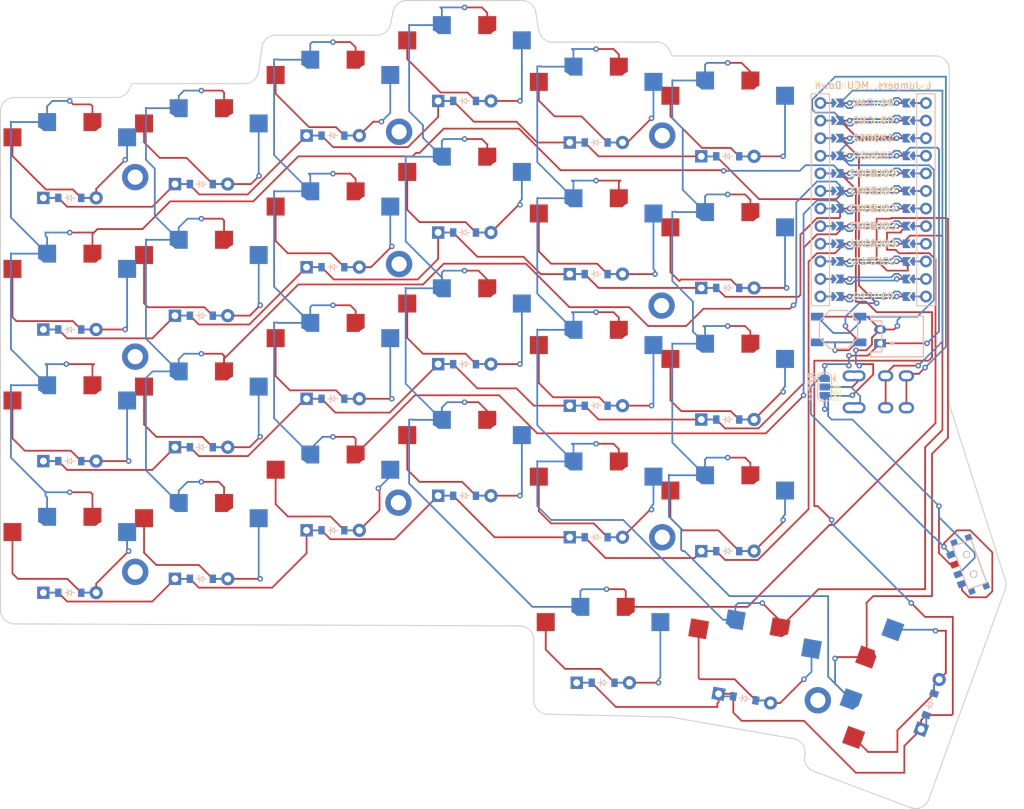
<source format=kicad_pcb>
(kicad_pcb (version 20240108) (generator "pcbnew") (generator_version "8.0")
  (title_block (title "keyboard_pcb") (rev "v1.0.0") (company "Unknown"))
  (layers (0 "F.Cu" signal) (31 "B.Cu" signal) (34 "B.Paste" user) (35 "F.Paste" user) (36 "B.SilkS" user "B.Silkscreen") (37 "F.SilkS" user "F.Silkscreen") (38 "B.Mask" user) (39 "F.Mask" user) (44 "Edge.Cuts" user))
  (net 0 "")
  (net 1 "COL0")
  (net 2 "pinky_bottom")
  (net 3 "pinky_home")
  (net 4 "pinky_num")
  (net 5 "pinky_top")
  (net 6 "COL1")
  (net 7 "shift_bottom")
  (net 8 "shift_home")
  (net 9 "shift_num")
  (net 10 "shift_top")
  (net 11 "COL2")
  (net 12 "ring_bottom")
  (net 13 "ring_home")
  (net 14 "ring_num")
  (net 15 "ring_top")
  (net 16 "COL3")
  (net 17 "middle_bottom")
  (net 18 "middle_home")
  (net 19 "middle_num")
  (net 20 "middle_top")
  (net 21 "COL4")
  (net 22 "index_bottom")
  (net 23 "index_home")
  (net 24 "index_num")
  (net 25 "index_top")
  (net 26 "COL5")
  (net 27 "inner_bottom")
  (net 28 "inner_home")
  (net 29 "inner_num")
  (net 30 "inner_top")
  (net 31 "near_thumb")
  (net 32 "home_thumb")
  (net 33 "far_thumb")
  (net 34 "ROW4")
  (net 35 "ROW3")
  (net 36 "ROW2")
  (net 37 "ROW1")
  (net 38 "ROW0")
  (net 39 "RAW")
  (net 40 "GND")
  (net 41 "RST")
  (net 42 "VCC")
  (net 43 "P14")
  (net 44 "P16")
  (net 45 "P10")
  (net 46 "P1")
  (net 47 "P0")
  (net 48 "P8")
  (net 49 "P9")
  (net 50 "MCU1_24")
  (net 51 "MCU1_1")
  (net 52 "MCU1_23")
  (net 53 "MCU1_2")
  (net 54 "MCU1_22")
  (net 55 "MCU1_3")
  (net 56 "MCU1_21")
  (net 57 "MCU1_4")
  (net 58 "MCU1_20")
  (net 59 "MCU1_5")
  (net 60 "MCU1_19")
  (net 61 "MCU1_6")
  (net 62 "MCU1_18")
  (net 63 "MCU1_7")
  (net 64 "MCU1_17")
  (net 65 "MCU1_8")
  (net 66 "MCU1_16")
  (net 67 "MCU1_9")
  (net 68 "MCU1_15")
  (net 69 "MCU1_10")
  (net 70 "MCU1_14")
  (net 71 "MCU1_11")
  (net 72 "MCU1_13")
  (net 73 "MCU1_12")
  (footprint "E73:SPDT_C128955" (layer "F.Cu") (at 230 150.909539 -70)
    (property "Reference" "T1" (hide yes))
    (property "Value" "" (hide yes))
  )
  (footprint "E73:SW_TACT_ALPS_SKQGABE010" (layer "F.Cu") (at 211 117)
    (property "Reference" "B1" (hide yes))
    (property "Value" "" (hide yes))
  )
  (footprint "PG1350" (layer "F.Cu") (at 100 150)
    (property "Reference" "S1" (hide yes))
    (property "Value" "" (hide yes))
  )
  (footprint "ComboDiode" (layer "F.Cu") (at 119 134)
    (property "Reference" "D6" (hide yes))
    (property "Value" "" (hide yes))
  )
  (footprint "PG1350" (layer "F.Cu") (at 176 104)
    (property "Reference" "S19" (hide yes))
    (property "Value" "" (hide yes))
  )
  (footprint "ComboDiode" (layer "F.Cu") (at 138 127)
    (property "Reference" "D10" (hide yes))
    (property "Value" "" (hide yes))
  )
  (footprint "ceoloide:mcu_nice_nano" (layer "F.Cu") (at 216 97)
    (property "Reference" "MCU1" (hide yes))
    (property "Value" "")
  )
  (footprint "PG1350" (layer "F.Cu") (at 119 91)
    (property "Reference" "S8" (hide yes))
    (property "Value" "" (hide yes))
  )
  (footprint "ComboDiode" (layer "F.Cu") (at 176 147)
    (property "Reference" "D17" (hide yes))
    (property "Value" "" (hide yes))
  )
  (footprint "PG1350" (layer "F.Cu") (at 100 112)
    (property "Reference" "S3" (hide yes))
    (property "Value" "" (hide yes))
  )
  (footprint "ComboDiode" (layer "F.Cu") (at 195 111)
    (property "Reference" "D23" (hide yes))
    (property "Value" "" (hide yes))
  )
  (footprint "ceoloide:mounting_hole_plated" (layer "F.Cu") (at 109.45 152)
    (property "Reference" "H3" (hide yes))
    (property "Value" "")
  )
  (footprint "ceoloide:mounting_hole_plated" (layer "F.Cu") (at 109.45 120.92)
    (property "Reference" "H8" (hide yes))
    (property "Value" "")
  )
  (footprint "ComboDiode" (layer "F.Cu") (at 100 136)
    (property "Reference" "D2" (hide yes))
    (property "Value" "" (hide yes))
  )
  (footprint "ComboDiode" (layer "F.Cu") (at 195 149)
    (property "Reference" "D21" (hide yes))
    (property "Value" "" (hide yes))
  )
  (footprint "JST_PH_S2B-PH-K_02x2.00mm_Angled" (layer "F.Cu") (at 217 118 90)
    (property "Reference" "JST2" (hide yes))
    (property "Value" "" (hide yes))
  )
  (footprint "E73:SPDT_C128955" (layer "F.Cu") (at 230 150.909539 -70)
    (property "Reference" "T2" (hide yes))
    (property "Value" "" (hide yes))
  )
  (footprint "ComboDiode" (layer "F.Cu") (at 176 109)
    (property "Reference" "D19" (hide yes))
    (property "Value" "" (hide yes))
  )
  (footprint "ComboDiode" (layer "F.Cu") (at 119 96)
    (property "Reference" "D8" (hide yes))
    (property "Value" "" (hide yes))
  )
  (footprint "JST_PH_S2B-PH-K_02x2.00mm_Angled" (layer "F.Cu") (at 217 118 90)
    (property "Reference" "JST1" (hide yes))
    (property "Value" "" (hide yes))
  )
  (footprint "PG1350" (layer "F.Cu") (at 157 79)
    (property "Reference" "S16" (hide yes))
    (property "Value" "" (hide yes))
  )
  (footprint "PG1350" (layer "F.Cu") (at 100 93)
    (property "Reference" "S4" (hide yes))
    (property "Value" "" (hide yes))
  )
  (footprint "ComboDiode" (layer "F.Cu") (at 138 108)
    (property "Reference" "D11" (hide yes))
    (property "Value" "" (hide yes))
  )
  (footprint "PG1350" (layer "F.Cu") (at 100 131)
    (property "Reference" "S2" (hide yes))
    (property "Value" "" (hide yes))
  )
  (footprint "PG1350" (layer "F.Cu") (at 195 87)
    (property "Reference" "S24" (hide yes))
    (property "Value" "" (hide yes))
  )
  (footprint "PG1350" (layer "F.Cu") (at 219.533251 169.410985 70)
    (property "Reference" "S27" (hide yes))
    (property "Value" "" (hide yes))
  )
  (footprint "ComboDiode" (layer "F.Cu") (at 157 103)
    (property "Reference" "D15" (hide yes))
    (property "Value" "" (hide yes))
  )
  (footprint "ComboDiode" (layer "F.Cu") (at 176 128)
    (property "Reference" "D18" (hide yes))
    (property "Value" "" (hide yes))
  )
  (footprint "ComboDiode" (layer "F.Cu") (at 224.231714 171.121085 70)
    (property "Reference" "D27" (hide yes))
    (property "Value" "" (hide yes))
  )
  (footprint "ceoloide:mounting_hole_plated" (layer "F.Cu") (at 109.45 95)
    (property "Reference" "H2" (hide yes))
    (property "Value" "")
  )
  (footprint "ceoloide:mounting_hole_plated" (layer "F.Cu") (at 185.55 89)
    (property "Reference" "H1" (hide yes))
    (property "Value" "")
  )
  (footprint "ComboDiode" (layer "F.Cu") (at 177 168)
    (property "Reference" "D25" (hide yes))
    (property "Value" "" (hide yes))
  )
  (footprint "TRRS-PJ-320A-dual" (layer "F.Cu") (at 224 128.3 -90)
    (property "Reference" "TRRS1")
    (property "Value" "TRRS-PJ-320A-dual")
  )
  (footprint "ComboDiode" (layer "F.Cu") (at 157 122)
    (property "Reference" "D14" (hide yes))
    (property "Value" "" (hide yes))
  )
  (footprint "PG1350" (layer "F.Cu") (at 176 85)
    (property "Reference" "S20" (hide yes))
    (property "Value" "" (hide yes))
  )
  (footprint "PG1350" (layer "F.Cu") (at 138 103)
    (property "Reference" "S11" (hide yes))
    (property "Value" "" (hide yes))
  )
  (footprint "PG1350" (layer "F.Cu") (at 138 141)
    (property "Reference" "S9" (hide yes))
    (property "Value" "" (hide yes))
  )
  (footprint "PG1350" (layer "F.Cu") (at 138 84)
    (property "Reference" "S12" (hide yes))
    (property "Value" "" (hide yes))
  )
  (footprint "ComboDiode" (layer "F.Cu") (at 138 89)
    (property "Reference" "D12" (hide yes))
    (property "Value" "" (hide yes))
  )
  (footprint "PG1350" (layer "F.Cu") (at 138 122)
    (property "Reference" "S10" (hide yes))
    (property "Value" "" (hide yes))
  )
  (footprint "E73:SW_TACT_ALPS_SKQGABE010" (layer "F.Cu") (at 211 117)
    (property "Reference" "B2" (hide yes))
    (property "Value" "" (hide yes))
  )
  (footprint "ComboDiode" (layer "F.Cu") (at 157 141)
    (property "Reference" "D13" (hide yes))
    (property "Value" "" (hide yes))
  )
  (footprint "ceoloide:mounting_hole_plated" (layer "F.Cu") (at 147.55 107.55)
    (property "Reference" "H5" (hide yes))
    (property "Value" "")
  )
  (footprint "PG1350" (layer "F.Cu") (at 119 148)
    (property "Reference" "S5" (hide yes))
    (property "Value" "" (hide yes))
  )
  (footprint "ceoloide:mounting_hole_plated" (layer "F.Cu") (at 208.012759 170.538758 70)
    (property "Reference" "H7" (hide yes))
    (property "Value" "")
  )
  (footprint "PG1350" (layer "F.Cu") (at 157 136)
    (property "Reference" "S13" (hide yes))
    (property "Value" "" (hide yes))
  )
  (footprint "PG1350" (layer "F.Cu") (at 176 142)
    (property "Reference" "S17" (hide yes))
    (property "Value" "" (hide yes))
  )
  (footprint "ceoloide:mounting_hole_plated" (layer "F.Cu") (at 185.55 147)
    (property "Reference" "H4" (hide yes))
    (property "Value" "")
  )
  (footprint "ComboDiode" (layer "F.Cu") (at 195 92)
    (property "Reference" "D24" (hide yes))
    (property "Value" "" (hide yes))
  )
  (footprint "PG1350" (layer "F.Cu") (at 195 144)
    (property "Reference" "S21" (hide yes))
    (property "Value" "" (hide yes))
  )
  (footprint "ComboDiode" (layer "F.Cu") (at 195 130)
    (property "Reference" "D22" (hide yes))
    (property "Value" "" (hide yes))
  )
  (footprint "ComboDiode" (layer "F.Cu") (at 138 146)
    (property "Reference" "D9" (hide yes))
    (property "Value" "" (hide yes))
  )
  (footprint "PG1350" (layer "F.Cu") (at 176 123)
    (property "Reference" "S18" (hide yes))
    (property "Value" "" (hide yes))
  )
  (footprint "ComboDiode" (layer "F.Cu") (at 119 153)
    (property "Reference" "D5" (hide yes))
    (property "Value" "" (hide yes))
  )
  (footprint "PG1350" (layer "F.Cu") (at 195 125)
    (property "Reference" "S22" (hide yes))
    (property "Value" "" (hide yes))
  )
  (footprint "ComboDiode" (layer "F.Cu") (at 100 117)
    (property "Reference" "D3" (hide yes))
    (property "Value" "" (hide yes))
  )
  (footprint "ComboDiode" (layer "F.Cu") (at 100 98)
    (property "Reference" "D4" (hide yes))
    (property "Value" "" (hide yes))
  )
  (footprint "ceoloide:mounting_hole_plated" (layer "F.Cu") (at 147.45 142)
    (property "Reference" "H6" (hide yes))
    (property "Value" "")
  )
  (footprint "PG1350" (layer "F.Cu") (at 195 106)
    (property "Reference" "S23" (hide yes))
    (property "Value" "" (hide yes))
  )
  (footprint "Jumper:SolderJumper-3_P1.3mm_Open_RoundedPad1.0x1.5mm" (layer "F.Cu") (at 209 125.3 -90)
    (property "Reference" "REF**")
    (property "Value" "SolderJumper-3_P1.3mm_Open_RoundedPad1.0x1.5mm")
  )
  (footprint "ComboDiode" (layer "F.Cu") (at 197.426214 170.26825 -10)
    (property "Reference" "D26" (hide yes))
    (property "Value" "" (hide yes))
  )
  (footprint "ComboDiode" (layer "F.Cu") (at 119 115)
    (property "Reference" "D7" (hide yes))
    (property "Value" "" (hide yes))
  )
  (footprint "PG1350" (layer "F.Cu") (at 119 129)
    (property "Reference" "S6" (hide yes))
    (property "Value" "" (hide yes))
  )
  (footprint "PG1350" (layer "F.Cu") (at 177 163)
    (property "Reference" "S25" (hide yes))
    (property "Value" "" (hide yes))
  )
  (footprint "ceoloide:mounting_hole_plated" (layer "F.Cu") (at 147.55 88.45)
    (property "Reference" "H9" (hide yes))
    (property "Value" "")
  )
  (footprint "ceoloide:mounting_hole_plated" (layer "F.Cu") (at 185.45 113.55)
    (property "Reference" "H10" (hide yes))
    (property "Value" "")
  )
  (footprint "PG1350" (layer "F.Cu") (at 198.294455 165.344211 -10)
    (property "Reference" "S26" (hide yes))
    (property "Value" "" (hide yes))
  )
  (footprint "PG1350" (layer "F.Cu") (at 119 110)
    (property "Reference" "S7" (hide yes))
    (property "Value" "" (hide yes))
  )
  (footprint "ComboDiode" (layer "F.Cu") (at 157 84)
    (property "Reference" "D16" (hide yes))
    (property "Value" "" (hide yes))
  )
  (footprint "ComboDiode" (layer "F.Cu") (at 100 155)
    (property "Reference" "D1" (hide yes))
    (property "Value" "" (hide yes))
  )
  (footprint "PG1350" (layer "F.Cu") (at 157 98)
    (property "Reference" "S15" (hide yes))
    (property "Value" "" (hide yes))
  )
  (footprint "PG1350" (layer "F.Cu") (at 157 117)
    (property "Reference" "S14" (hide yes))
    (property "Value" "" (hide yes))
  )
  (footprint "ComboDiode" (layer "F.Cu") (at 176 90)
    (property "Reference" "D20" (hide yes))
    (property "Value" "" (hide yes))
  )
  (footprint "Jumper:SolderJumper-3_P1.3mm_Open_RoundedPad1.0x1.5mm" (layer "B.Cu") (at 209 125.3 -90)
    (property "Reference" "REF**")
    (property "Value" "SolderJumper-3_P1.3mm_Open_RoundedPad1.0x1.5mm")
  )
  (gr_arc (start 165.008052 159.80198) (mid 166.417058 160.3906) (end 167 161.801964) (stroke (width 0.15)) (layer "Edge.Cuts"))
  (gr_arc (start 227.094632 128.146597) (mid 227.0238 127.846296) (end 227 127.538673) (stroke (width 0.15)) (layer "Edge.Cuts"))
  (gr_line (start 109 81.5) (end 125.265409 81.5) (stroke (width 0.15)) (layer "Edge.Cuts"))
  (gr_line (start 224.021278 184.856373) (end 235.06723 154.507871) (stroke (width 0.15)) (layer "Edge.Cuts"))
  (gr_arc (start 207.38725 180.762856) (mid 206.353686 179.881653) (end 206.121339 178.543449) (stroke (width 0.15)) (layer "Edge.Cuts"))
  (gr_line (start 148.639608 69.5) (end 165.305746 69.5) (stroke (width 0.15)) (layer "Edge.Cuts"))
  (gr_arc (start 235.093213 153.215906) (mid 235.187441 153.864045) (end 235.06723 154.507871) (stroke (width 0.15)) (layer "Edge.Cuts"))
  (gr_line (start 146.321554 72.892232) (end 146.678446 71.107768) (stroke (width 0.15)) (layer "Edge.Cuts"))
  (gr_arc (start 224.021278 184.856373) (mid 222.977617 185.989354) (end 221.438188 186.044444) (stroke (width 0.15)) (layer "Edge.Cuts"))
  (gr_line (start 127.245308 79.782843) (end 127.754692 76.217157) (stroke (width 0.15)) (layer "Edge.Cuts"))
  (gr_line (start 167 170.546268) (end 167 161.801964) (stroke (width 0.15)) (layer "Edge.Cuts"))
  (gr_line (start 227.094632 128.146597) (end 235.093213 153.215907) (stroke (width 0.15)) (layer "Edge.Cuts"))
  (gr_arc (start 146.321553 72.892232) (mid 145.62837 74.046684) (end 144.360392 74.5) (stroke (width 0.15)) (layer "Edge.Cuts"))
  (gr_arc (start 204.523259 176.089071) (mid 205.814266 176.911533) (end 206.145578 178.405982) (stroke (width 0.15)) (layer "Edge.Cuts"))
  (gr_arc (start 108.552786 82.394427) (mid 107.815394 83.201301) (end 106.763932 83.5) (stroke (width 0.15)) (layer "Edge.Cuts"))
  (gr_line (start 165.008052 159.80198) (end 91.991948 159.50802) (stroke (width 0.15)) (layer "Edge.Cuts"))
  (gr_line (start 169.694254 75.5) (end 184.763932 75.5) (stroke (width 0.15)) (layer "Edge.Cuts"))
  (gr_line (start 186.552786 76.605573) (end 187 77.5) (stroke (width 0.15)) (layer "Edge.Cuts"))
  (gr_arc (start 90 85.5) (mid 90.585786 84.085786) (end 92 83.5) (stroke (width 0.15)) (layer "Edge.Cuts"))
  (gr_arc (start 225 77.5) (mid 226.414214 78.085786) (end 227 79.5) (stroke (width 0.15)) (layer "Edge.Cuts"))
  (gr_line (start 167.278534 71.171202) (end 167.721466 73.828798) (stroke (width 0.15)) (layer "Edge.Cuts"))
  (gr_arc (start 186.645344 172.959859) (mid 186.796154 172.969098) (end 186.945837 172.989696) (stroke (width 0.15)) (layer "Edge.Cuts"))
  (gr_line (start 204.523259 176.08907) (end 186.945837 172.989696) (stroke (width 0.15)) (layer "Edge.Cuts"))
  (gr_arc (start 146.678447 71.107768) (mid 147.37163 69.953316) (end 148.639608 69.5) (stroke (width 0.15)) (layer "Edge.Cuts"))
  (gr_arc (start 127.245308 79.782843) (mid 126.575812 81.010908) (end 125.265409 81.5) (stroke (width 0.15)) (layer "Edge.Cuts"))
  (gr_line (start 108.552786 82.394427) (end 109 81.5) (stroke (width 0.15)) (layer "Edge.Cuts"))
  (gr_line (start 186.645344 172.959859) (end 168.953197 172.545721) (stroke (width 0.15)) (layer "Edge.Cuts"))
  (gr_arc (start 165.305746 69.5) (mid 166.598496 69.97396) (end 167.278534 71.171202) (stroke (width 0.15)) (layer "Edge.Cuts"))
  (gr_arc (start 169.694254 75.5) (mid 168.401504 75.02604) (end 167.721466 73.828798) (stroke (width 0.15)) (layer "Edge.Cuts"))
  (gr_line (start 90 157.508036) (end 90 85.5) (stroke (width 0.15)) (layer "Edge.Cuts"))
  (gr_line (start 206.121339 178.543449) (end 206.145578 178.405982) (stroke (width 0.15)) (layer "Edge.Cuts"))
  (gr_line (start 221.438188 186.044444) (end 207.387249 180.762856) (stroke (width 0.15)) (layer "Edge.Cuts"))
  (gr_line (start 227 79.5) (end 227 127.538673) (stroke (width 0.15)) (layer "Edge.Cuts"))
  (gr_arc (start 184.763932 75.5) (mid 185.815394 75.798698) (end 186.552786 76.605573) (stroke (width 0.15)) (layer "Edge.Cuts"))
  (gr_line (start 187 77.5) (end 225 77.5) (stroke (width 0.15)) (layer "Edge.Cuts"))
  (gr_line (start 129.734591 74.5) (end 144.360392 74.5) (stroke (width 0.15)) (layer "Edge.Cuts"))
  (gr_arc (start 127.754692 76.217157) (mid 128.424188 74.989092) (end 129.734591 74.5) (stroke (width 0.15)) (layer "Edge.Cuts"))
  (gr_line (start 92 83.5) (end 106.763932 83.5) (stroke (width 0.15)) (layer "Edge.Cuts"))
  (gr_arc (start 91.991948 159.50802) (mid 90.582942 158.9194) (end 90 157.508036) (stroke (width 0.15)) (layer "Edge.Cuts"))
  (gr_arc (start 168.953197 172.54572) (mid 167.569335 171.943836) (end 167 170.546268) (stroke (width 0.15)) (layer "Edge.Cuts"))
  (segment (start 126.5 98.5) (end 133 92) (width 0.25) (layer "F.Cu") (net 1))
  (segment (start 114.5 98.5) (end 126.5 98.5) (width 0.25) (layer "F.Cu") (net 1))
  (segment (start 170.863604 94) (end 193.5 94) (width 0.25) (layer "F.Cu") (net 1))
  (segment (start 103 140.5) (end 100 140.5) (width 0.25) (layer "F.Cu") (net 1))
  (segment (start 150.5 91.5) (end 154 88) (width 0.25) (layer "F.Cu") (net 1))
  (segment (start 193.5 94) (end 194.324694 94) (width 0.25) (layer "F.Cu") (net 1))
  (segment (start 103.275 125.05) (end 103.275 122.225) (width 0.25) (layer "F.Cu") (net 1))
  (segment (start 103.5 122) (end 99.5 122) (width 0.25) (layer "F.Cu") (net 1))
  (segment (start 103.275 140.775) (end 103 140.5) (width 0.25) (layer "F.Cu") (net 1))
  (segment (start 154.5 88) (end 158 88) (width 0.25) (layer "F.Cu") (net 1))
  (segment (start 103.275 144.05) (end 103.275 140.775) (width 0.25) (layer "F.Cu") (net 1))
  (segment (start 194.324694 94) (end 194.412347 94.087653) (width 0.25) (layer "F.Cu") (net 1))
  (segment (start 103.275 84.775) (end 103 84.5) (width 0.25) (layer "F.Cu") (net 1))
  (segment (start 164.863604 88) (end 170.863604 94) (width 0.25) (layer "F.Cu") (net 1))
  (segment (start 133.5 92) (end 149.5 92) (width 0.25) (layer "F.Cu") (net 1))
  (segment (start 149.5 92) (end 150 91.5) (width 0.25) (layer "F.Cu") (net 1))
  (segment (start 158 88) (end 164.863604 88) (width 0.25) (layer "F.Cu") (net 1))
  (segment (start 103 84.5) (end 100.5 84.5) (width 0.25) (layer "F.Cu") (net 1))
  (segment (start 150 91.5) (end 150.5 91.5) (width 0.25) (layer "F.Cu") (net 1))
  (segment (start 103.275 87.05) (end 103.275 84.775) (width 0.25) (layer "F.Cu") (net 1))
  (segment (start 103.5 103) (end 104 102.5) (width 0.25) (layer "F.Cu") (net 1))
  (segment (start 103.275 103.225) (end 103.5 103) (width 0.25) (layer "F.Cu") (net 1))
  (segment (start 100.5 84.5) (end 100 84) (width 0.25) (layer "F.Cu") (net 1))
  (segment (start 103.275 106.05) (end 103.275 103.225) (width 0.25) (layer "F.Cu") (net 1))
  (segment (start 103.275 122.225) (end 103.5 122) (width 0.25) (layer "F.Cu") (net 1))
  (segment (start 110.5 102.5) (end 114.5 98.5) (width 0.25) (layer "F.Cu") (net 1))
  (segment (start 133 92) (end 133.5 92) (width 0.25) (layer "F.Cu") (net 1))
  (segment (start 104 102.5) (end 110.5 102.5) (width 0.25) (layer "F.Cu") (net 1))
  (segment (start 103.5 103) (end 100 103) (width 0.25) (layer "F.Cu") (net 1))
  (segment (start 220.775 94.46) (end 219.4 94.46) (width 0.25) (layer "F.Cu") (net 1))
  (segment (start 154 88) (end 154.5 88) (width 0.25) (layer "F.Cu") (net 1))
  (via (at 100 140.5) (size 0.8) (drill 0.4) (layers "F.Cu" "B.Cu") (net 1))
  (via (at 100 84) (size 0.8) (drill 0.4) (layers "F.Cu" "B.Cu") (net 1))
  (via (at 194.412347 94.087653) (size 0.8) (drill 0.4) (layers "F.Cu" "B.Cu") (net 1))
  (via (at 99.5 122) (size 0.8) (drill 0.4) (layers "F.Cu" "B.Cu") (net 1))
  (via (at 100 103) (size 0.8) (drill 0.4) (layers "F.Cu" "B.Cu") (net 1))
  (segment (start 96.5 141) (end 96.725 141.225) (width 0.25) (layer "B.Cu") (net 1))
  (segment (start 205.412347 94.087653) (end 206.215 93.285) (width 0.25) (layer "B.Cu") (net 1))
  (segment (start 96.725 106.05) (end 91.5 100.825) (width 0.25) (layer "B.Cu") (net 1))
  (segment (start 194.412347 94.087653) (end 205.412347 94.087653) (width 0.25) (layer "B.Cu") (net 1))
  (segment (start 91.5 135.5) (end 91.5 125) (width 0.25) (layer "B.Cu") (net 1))
  (segment (start 211.574695 94.46) (end 212.299695 95.185) (width 0.25) (layer "B.Cu") (net 1))
  (segment (start 211.225 94.46) (end 211.574695 94.46) (width 0.25) (layer "B.Cu") (net 1))
  (segment (start 206.215 93.285) (end 210.285 93.285) (width 0.25) (layer "B.Cu") (net 1))
  (segment (start 100 84) (end 97.5 84) (width 0.25) (layer "B.Cu") (net 1))
  (segment (start 96.725 84.775) (end 96.725 87.05) (width 0.25) (layer "B.Cu") (net 1))
  (segment (start 96.725 122.225) (end 96.725 125.05) (width 0.25) (layer "B.Cu") (net 1))
  (segment (start 212.900305 95.185) (end 213.395305 94.69) (width 0.25) (layer "B.Cu") (net 1))
  (segment (start 100 140.5) (end 96.5 140.5) (width 0.25) (layer "B.Cu") (net 1))
  (segment (start 91.5 119.825) (end 91.5 106) (width 0.25) (layer "B.Cu") (net 1))
  (segment (start 212.299695 95.185) (end 212.900305 95.185) (width 0.25) (layer "B.Cu") (net 1))
  (segment (start 91.55 106.05) (end 96.725 106.05) (width 0.25) (layer "B.Cu") (net 1))
  (segment (start 96.725 141.225) (end 96.725 144.05) (width 0.25) (layer "B.Cu") (net 1))
  (segment (start 91.55 125.05) (end 96.725 125.05) (width 0.25) (layer "B.Cu") (net 1))
  (segment (start 96.5 103) (end 96.5 103.5) (width 0.25) (layer "B.Cu") (net 1))
  (segment (start 91.55 87.05) (end 96.725 87.05) (width 0.25) (layer "B.Cu") (net 1))
  (segment (start 100 103) (end 96.5 103) (width 0.25) (layer "B.Cu") (net 1))
  (segment (start 91.5 100.825) (end 91.5 87) (width 0.25) (layer "B.Cu") (net 1))
  (segment (start 96.5 140.5) (end 96.5 141) (width 0.25) (layer "B.Cu") (net 1))
  (segment (start 211.225 94.225) (end 211.225 94.46) (width 0.25) (layer "B.Cu") (net 1))
  (segment (start 91.5 125) (end 91.55 125.05) (width 0.25) (layer "B.Cu") (net 1))
  (segment (start 96.5 122) (end 96.725 122.225) (width 0.25) (layer "B.Cu") (net 1))
  (segment (start 99.5 122) (end 96.5 122) (width 0.25) (layer "B.Cu") (net 1))
  (segment (start 97.5 84) (end 96.725 84.775) (width 0.25) (layer "B.Cu") (net 1))
  (segment (start 96.725 125.05) (end 91.5 119.825) (width 0.25) (layer "B.Cu") (net 1))
  (segment (start 91.5 87) (end 91.55 87.05) (width 0.25) (layer "B.Cu") (net 1))
  (segment (start 213.395305 94.69) (end 219.17 94.69) (width 0.25) (layer "B.Cu") (net 1))
  (segment (start 96.5 140.5) (end 91.5 135.5) (width 0.25) (layer "B.Cu") (net 1))
  (segment (start 210.285 93.285) (end 211.225 94.225) (width 0.25) (layer "B.Cu") (net 1))
  (segment (start 96.725 103.725) (end 96.725 106.05) (width 0.25) (layer "B.Cu") (net 1))
  (segment (start 96.5 103.5) (end 96.725 103.725) (width 0.25) (layer "B.Cu") (net 1))
  (segment (start 91.5 106) (end 91.55 106.05) (width 0.25) (layer "B.Cu") (net 1))
  (segment (start 103.81 155) (end 103.81 153.69) (width 0.25) (layer "F.Cu") (net 2))
  (segment (start 103.81 153.69) (end 108.5 149) (width 0.25) (layer "F.Cu") (net 2))
  (segment (start 99.65 153) (end 92.5 153) (width 0.25) (layer "F.Cu") (net 2))
  (segment (start 101.65 155) (end 103.81 155) (width 0.25) (layer "F.Cu") (net 2))
  (segment (start 92.5 153) (end 91.725 152.225) (width 0.25) (layer "F.Cu") (net 2))
  (segment (start 101.65 155) (end 99.65 153) (width 0.25) (layer "F.Cu") (net 2))
  (segment (start 91.725 152.225) (end 91.725 146.25) (width 0.25) (layer "F.Cu") (net 2))
  (via (at 108.5 149) (size 0.8) (drill 0.4) (layers "F.Cu" "B.Cu") (net 2))
  (segment (start 108.275 148.775) (end 108.275 146.25) (width 0.25) (layer "B.Cu") (net 2))
  (segment (start 108.5 149) (end 108.275 148.775) (width 0.25) (layer "B.Cu") (net 2))
  (segment (start 101.65 155) (end 103.81 155) (width 0.25) (layer "B.Cu") (net 2))
  (segment (start 101.65 136) (end 100.15 134.5) (width 0.25) (layer "F.Cu") (net 3))
  (segment (start 100.15 134.5) (end 93.5 134.5) (width 0.25) (layer "F.Cu") (net 3))
  (segment (start 93.5 134.5) (end 91.725 132.725) (width 0.25) (layer "F.Cu") (net 3))
  (segment (start 101.65 136) (end 103.81 136) (width 0.25) (layer "F.Cu") (net 3))
  (segment (start 103.81 136) (end 108.5 136) (width 0.25) (layer "F.Cu") (net 3))
  (segment (start 91.725 132.725) (end 91.725 127.25) (width 0.25) (layer "F.Cu") (net 3))
  (via (at 108.5 136) (size 0.8) (drill 0.4) (layers "F.Cu" "B.Cu") (net 3))
  (segment (start 108.275 135.775) (end 108.275 127.25) (width 0.25) (layer "B.Cu") (net 3))
  (segment (start 101.65 136) (end 103.81 136) (width 0.25) (layer "B.Cu") (net 3))
  (segment (start 108.5 136) (end 108.275 135.775) (width 0.25) (layer "B.Cu") (net 3))
  (segment (start 101.65 117) (end 103.81 117) (width 0.25) (layer "F.Cu") (net 4))
  (segment (start 100.436 115.786) (end 92.286 115.786) (width 0.25) (layer "F.Cu") (net 4))
  (segment (start 101.65 117) (end 100.436 115.786) (width 0.25) (layer "F.Cu") (net 4))
  (segment (start 92.286 115.786) (end 91.725 115.225) (width 0.25) (layer "F.Cu") (net 4))
  (segment (start 91.725 115.225) (end 91.725 108.25) (width 0.25) (layer "F.Cu") (net 4))
  (segment (start 103.81 117) (end 108 117) (width 0.25) (layer "F.Cu") (net 4))
  (via (at 108 117) (size 0.8) (drill 0.4) (layers "F.Cu" "B.Cu") (net 4))
  (segment (start 108 117) (end 108.275 116.725) (width 0.25) (layer "B.Cu") (net 4))
  (segment (start 108.275 116.725) (end 108.275 108.25) (width 0.25) (layer "B.Cu") (net 4))
  (segment (start 101.65 117) (end 103.81 117) (width 0.25) (layer "B.Cu") (net 4))
  (segment (start 103.81 98) (end 101.65 98) (width 0.25) (layer "F.Cu") (net 5))
  (segment (start 91.725 91.958684) (end 91.725 89.25) (width 0.25) (layer "F.Cu") (net 5))
  (segment (start 103.81 98) (end 103.81 96.69) (width 0.25) (layer "F.Cu") (net 5))
  (segment (start 96.552316 96.786) (end 91.725 91.958684) (width 0.25) (layer "F.Cu") (net 5))
  (segment (start 103.81 96.69) (end 108 92.5) (width 0.25) (layer "F.Cu") (net 5))
  (segment (start 101.65 98) (end 100.436 96.786) (width 0.25) (layer "F.Cu") (net 5))
  (segment (start 100.436 96.786) (end 96.552316 96.786) (width 0.25) (layer "F.Cu") (net 5))
  (via (at 108 92.5) (size 0.8) (drill 0.4) (layers "F.Cu" "B.Cu") (net 5))
  (segment (start 108.275 92.225) (end 108.275 89.25) (width 0.25) (layer "B.Cu") (net 5))
  (segment (start 101.65 98) (end 103.81 98) (width 0.25) (layer "B.Cu") (net 5))
  (segment (start 108 92.5) (end 108.275 92.225) (width 0.25) (layer "B.Cu") (net 5))
  (segment (start 122.275 82.775) (end 122 82.5) (width 0.25) (layer "F.Cu") (net 6))
  (segment (start 180.775 113.775) (end 181.5 114.5) (width 0.25) (layer "F.Cu") (net 6))
  (segment (start 220.775 97) (end 219.4 97) (width 0.25) (layer "F.Cu") (net 6))
  (segment (start 127 116.5) (end 133 110.5) (width 0.25) (layer "F.Cu") (net 6))
  (segment (start 204 114) (end 204.5 113.5) (width 0.25) (layer "F.Cu") (net 6))
  (segment (start 197.5 114) (end 204 114) (width 0.25) (layer "F.Cu") (net 6))
  (segment (start 122.275 123.05) (end 122.275 121.225) (width 0.25) (layer "F.Cu") (net 6))
  (segment (start 122.275 121.225) (end 127 116.5) (width 0.25) (layer "F.Cu") (net 6))
  (segment (start 122.275 120.775) (end 122 120.5) (width 0.25) (layer "F.Cu") (net 6))
  (segment (start 122.275 142.05) (end 122.275 139.775) (width 0.25) (layer "F.Cu") (net 6))
  (segment (start 122.275 104.05) (end 122.275 101.275) (width 0.25) (layer "F.Cu") (net 6))
  (segment (start 191.5 114) (end 197.5 114) (width 0.25) (layer "F.Cu") (net 6))
  (segment (start 122 101) (end 119 101) (width 0.25) (layer "F.Cu") (net 6))
  (segment (start 122 82.5) (end 119 82.5) (width 0.25) (layer "F.Cu") (net 6))
  (segment (start 172.138604 113.775) (end 180.775 113.775) (width 0.25) (layer "F.Cu") (net 6))
  (segment (start 122.275 85.05) (end 122.275 82.775) (width 0.25) (layer "F.Cu") (net 6))
  (segment (start 122.275 139.775) (end 122 139.5) (width 0.25) (layer "F.Cu") (net 6))
  (segment (start 122 139.5) (end 121.5 139) (width 0.25) (layer "F.Cu") (net 6))
  (segment (start 122 120.5) (end 119 120.5) (width 0.25) (layer "F.Cu") (net 6))
  (segment (start 121.5 139) (end 119 139) (width 0.25) (layer "F.Cu") (net 6))
  (segment (start 151 110.5) (end 154 107.5) (width 0.25) (layer "F.Cu") (net 6))
  (segment (start 133 110.5) (end 147 110.5) (width 0.25) (layer "F.Cu") (net 6))
  (segment (start 183.5 116.5) (end 189 116.5) (width 0.25) (layer "F.Cu") (net 6))
  (segment (start 122.275 123.05) (end 122.275 120.775) (width 0.25) (layer "F.Cu") (net 6))
  (segment (start 165.863604 107.5) (end 172.138604 113.775) (width 0.25) (layer "F.Cu") (net 6))
  (segment (start 181.5 114.5) (end 183.5 116.5) (width 0.25) (layer "F.Cu") (net 6))
  (segment (start 154 107.5) (end 165.863604 107.5) (width 0.25) (layer "F.Cu") (net 6))
  (segment (start 147 110.5) (end 151 110.5) (width 0.25) (layer "F.Cu") (net 6))
  (segment (start 122.275 101.275) (end 122 101) (width 0.25) (layer "F.Cu") (net 6))
  (segment (start 189 116.5) (end 191.5 114) (width 0.25) (layer "F.Cu") (net 6))
  (via (at 119 120.5) (size 0.8) (drill 0.4) (layers "F.Cu" "B.Cu") (net 6))
  (via (at 204.5 113.5) (size 0.8) (drill 0.4) (layers "F.Cu" "B.Cu") (net 6))
  (via (at 119 101) (size 0.8) (drill 0.4) (layers "F.Cu" "B.Cu") (net 6))
  (via (at 119 82.5) (size 0.8) (drill 0.4) (layers "F.Cu" "B.Cu") (net 6))
  (via (at 119 139) (size 0.8) (drill 0.4) (layers "F.Cu" "B.Cu") (net 6))
  (segment (start 211.225 97) (end 211.574695 97) (width 0.25) (layer "B.Cu") (net 6))
  (segment (start 211.225 96.225) (end 211.225 97) (width 0.25) (layer "B.Cu") (net 6))
  (segment (start 117 139) (end 115.725 140.275) (width 0.25) (layer "B.Cu") (net 6))
  (segment (start 115.725 102.275) (end 115.725 104.05) (width 0.25) (layer "B.Cu") (net 6))
  (segment (start 111.95 123.05) (end 115.725 123.05) (width 0.25) (layer "B.Cu") (net 6))
  (segment (start 115.725 83.275) (end 115.725 85.05) (width 0.25) (layer "B.Cu") (net 6))
  (segment (start 117 101) (end 115.725 102.275) (width 0.25) (layer "B.Cu") (net 6))
  (segment (start 204.9 98.628299) (end 207.893299 95.635) (width 0.25) (layer "B.Cu") (net 6))
  (segment (start 212.299695 97.725) (end 212.900305 97.725) (width 0.25) (layer "B.Cu") (net 6))
  (segment (start 207.893299 95.635) (end 210.635 95.635) (width 0.25) (layer "B.Cu") (net 6))
  (segment (start 111 118.325) (end 111 104) (width 0.25) (layer "B.Cu") (net 6))
  (segment (start 111 92.5) (end 111 85) (width 0.25) (layer "B.Cu") (net 6))
  (segment (start 112.2741 93.7741) (end 111 92.5) (width 0.25) (layer "B.Cu") (net 6))
  (segment (start 119 139) (end 117 139) (width 0.25) (layer "B.Cu") (net 6))
  (segment (start 111 137.325) (end 111 124) (width 0.25) (layer "B.Cu") (net 6))
  (segment (start 119 82.5) (end 116.5 82.5) (width 0.25) (layer "B.Cu") (net 6))
  (segment (start 211.574695 97) (end 212.299695 97.725) (width 0.25) (layer "B.Cu") (net 6))
  (segment (start 115.725 104.05) (end 112.2741 100.5991) (width 0.25) (layer "B.Cu") (net 6))
  (segment (start 115.725 142.05) (end 111 137.325) (width 0.25) (layer "B.Cu") (net 6))
  (segment (start 116.5 120.5) (end 115.725 121.275) (width 0.25) (layer "B.Cu") (net 6))
  (segment (start 204.5 113.5) (end 204.9 113.1) (width 0.25) (layer "B.Cu") (net 6))
  (segment (start 111 104) (end 111.05 104.05) (width 0.25) (layer "B.Cu") (net 6))
  (segment (start 119 120.5) (end 116.5 120.5) (width 0.25) (layer "B.Cu") (net 6))
  (segment (start 111 85) (end 111.05 85.05) (width 0.25) (layer "B.Cu") (net 6))
  (segment (start 111 124) (end 111.95 123.05) (width 0.25) (layer "B.Cu") (net 6))
  (segment (start 115.725 123.05) (end 111 118.325) (width 0.25) (layer "B.Cu") (net 6))
  (segment (start 115.725 121.275) (end 115.725 123.05) (width 0.25) (layer "B.Cu") (net 6))
  (segment (start 115.725 140.275) (end 115.725 142.05) (width 0.25) (layer "B.Cu") (net 6))
  (segment (start 116.5 82.5) (end 115.725 83.275) (width 0.25) (layer "B.Cu") (net 6))
  (segment (start 213.395305 97.23) (end 219.17 97.23) (width 0.25) (layer "B.Cu") (net 6))
  (segment (start 212.900305 97.725) (end 213.395305 97.23) (width 0.25) (layer "B.Cu") (net 6))
  (segment (start 204.9 113.1) (end 204.9 98.628299) (width 0.25) (layer "B.Cu") (net 6))
  (segment (start 210.635 95.635) (end 211.225 96.225) (width 0.25) (layer "B.Cu") (net 6))
  (segment (start 112.2741 100.5991) (end 112.2741 93.7741) (width 0.25) (layer "B.Cu") (net 6))
  (segment (start 111.05 104.05) (end 115.725 104.05) (width 0.25) (layer "B.Cu") (net 6))
  (segment (start 119 101) (end 117 101) (width 0.25) (layer "B.Cu") (net 6))
  (segment (start 111.05 85.05) (end 115.725 85.05) (width 0.25) (layer "B.Cu") (net 6))
  (segment (start 120.65 153) (end 122.81 153) (width 0.25) (layer "F.Cu") (net 7))
  (segment (start 122.81 153) (end 127.5 153) (width 0.25) (layer "F.Cu") (net 7))
  (segment (start 120.65 153) (end 118.65 151) (width 0.25) (layer "F.Cu") (net 7))
  (segment (start 112.5 151) (end 110.725 149.225) (width 0.25) (layer "F.Cu") (net 7))
  (segment (start 110.725 149.225) (end 110.725 144.25) (width 0.25) (layer "F.Cu") (net 7))
  (segment (start 118.65 151) (end 112.5 151) (width 0.25) (layer "F.Cu") (net 7))
  (via (at 127.5 153) (size 0.8) (drill 0.4) (layers "F.Cu" "B.Cu") (net 7))
  (segment (start 127.275 152.775) (end 127.275 144.25) (width 0.25) (layer "B.Cu") (net 7))
  (segment (start 127.5 153) (end 127.275 152.775) (width 0.25) (layer "B.Cu") (net 7))
  (segment (start 120.65 153) (end 122.81 153) (width 0.25) (layer "B.Cu") (net 7))
  (segment (start 120.65 134) (end 119.15 132.5) (width 0.25) (layer "F.Cu") (net 8))
  (segment (start 119.15 132.5) (end 112.5 132.5) (width 0.25) (layer "F.Cu") (net 8))
  (segment (start 125.974694 134) (end 127.487347 132.487347) (width 0.25) (layer "F.Cu") (net 8))
  (segment (start 122.81 134) (end 120.65 134) (width 0.25) (layer "F.Cu") (net 8))
  (segment (start 110.725 130.725) (end 110.725 125.25) (width 0.25) (layer "F.Cu") (net 8))
  (segment (start 122.81 134) (end 125.974694 134) (width 0.25) (layer "F.Cu") (net 8))
  (segment (start 112.5 132.5) (end 110.725 130.725) (width 0.25) (layer "F.Cu") (net 8))
  (via (at 127.487347 132.487347) (size 0.8) (drill 0.4) (layers "F.Cu" "B.Cu") (net 8))
  (segment (start 120.65 134) (end 122.81 134) (width 0.25) (layer "B.Cu") (net 8))
  (segment (start 127.275 132.275) (end 127.275 125.25) (width 0.25) (layer "B.Cu") (net 8))
  (segment (start 127.487347 132.487347) (end 127.275 132.275) (width 0.25) (layer "B.Cu") (net 8))
  (segment (start 120.65 115) (end 119.436 113.786) (width 0.25) (layer "F.Cu") (net 9))
  (segment (start 119.436 113.786) (end 111.286 113.786) (width 0.25) (layer "F.Cu") (net 9))
  (segment (start 110.725 113.225) (end 110.725 106.25) (width 0.25) (layer "F.Cu") (net 9))
  (segment (start 126 115) (end 127.5 113.5) (width 0.25) (layer "F.Cu") (net 9))
  (segment (start 111.286 113.786) (end 110.725 113.225) (width 0.25) (layer "F.Cu") (net 9))
  (segment (start 120.65 115) (end 122.81 115) (width 0.25) (layer "F.Cu") (net 9))
  (segment (start 122.81 115) (end 126 115) (width 0.25) (layer "F.Cu") (net 9))
  (via (at 127.5 113.5) (size 0.8) (drill 0.4) (layers "F.Cu" "B.Cu") (net 9))
  (segment (start 120.65 115) (end 122.81 115) (width 0.25) (layer "B.Cu") (net 9))
  (segment (start 127.275 113.275) (end 127.275 106.25) (width 0.25) (layer "B.Cu") (net 9))
  (segment (start 127.5 113.5) (end 127.275 113.275) (width 0.25) (layer "B.Cu") (net 9))
  (segment (start 112.992216 92.2259) (end 110.725 89.958684) (width 0.25) (layer "F.Cu") (net 10))
  (segment (start 110.725 89.958684) (end 110.725 87.25) (width 0.25) (layer "F.Cu") (net 10))
  (segment (start 120.65 96) (end 122.81 96) (width 0.25) (layer "F.Cu") (net 10))
  (segment (start 126.164694 96) (end 127.332347 94.832347) (width 0.25) (layer "F.Cu") (net 10))
  (segment (start 120.65 96) (end 116.8759 92.2259) (width 0.25) (layer "F.Cu") (net 10))
  (segment (start 116.8759 92.2259) (end 112.992216 92.2259) (width 0.25) (layer "F.Cu") (net 10))
  (segment (start 122.81 96) (end 126.164694 96) (width 0.25) (layer "F.Cu") (net 10))
  (via (at 127.332347 94.832347) (size 0.8) (drill 0.4) (layers "F.Cu" "B.Cu") (net 10))
  (segment (start 127.275 94.775) (end 127.275 87.25) (width 0.25) (layer "B.Cu") (net 10))
  (segment (start 120.65 96) (end 122.81 96) (width 0.25) (layer "B.Cu") (net 10))
  (segment (start 127.332347 94.832347) (end 127.275 94.775) (width 0.25) (layer "B.Cu") (net 10))
  (segment (start 205.5 127) (end 205.95 126.55) (width 0.25) (layer "F.Cu") (net 11))
  (segment (start 141.275 135.05) (end 141.275 132.775) (width 0.25) (layer "F.Cu") (net 11))
  (segment (start 141.275 135.05) (end 149.825 126.5) (width 0.25) (layer "F.Cu") (net 11))
  (segment (start 167.5 132) (end 185 132) (width 0.25) (layer "F.Cu") (net 11))
  (segment (start 162 126.5) (end 164 128.5) (width 0.25) (layer "F.Cu") (net 11))
  (segment (start 140.5 113.5) (end 141.275 114.275) (width 0.25) (layer "F.Cu") (net 11))
  (segment (start 138 113.5) (end 140.5 113.5) (width 0.25) (layer "F.Cu") (net 11))
  (segment (start 140.5 94.5) (end 141.275 95.275) (width 0.25) (layer "F.Cu") (net 11))
  (segment (start 149.825 126.5) (end 157.5 126.5) (width 0.25) (layer "F.Cu") (net 11))
  (segment (start 164 128.5) (end 167.5 132) (width 0.25) (layer "F.Cu") (net 11))
  (segment (start 141.275 76.275) (end 141.275 78.05) (width 0.25) (layer "F.Cu") (net 11))
  (segment (start 141.275 132.775) (end 141 132.5) (width 0.25) (layer "F.Cu") (net 11))
  (segment (start 157.5 126.5) (end 162 126.5) (width 0.25) (layer "F.Cu") (net 11))
  (segment (start 138 75.5) (end 140.5 75.5) (width 0.25) (layer "F.Cu") (net 11))
  (segment (start 205.95 126.55) (end 205.95 126.5) (width 0.25) (layer "F.Cu") (net 11))
  (segment (start 141 132.5) (end 138 132.5) (width 0.25) (layer "F.Cu") (net 11))
  (segment (start 141.275 95.275) (end 141.275 97.05) (width 0.25) (layer "F.Cu") (net 11))
  (segment (start 141.275 114.275) (end 141.275 116.05) (width 0.25) (layer "F.Cu") (net 11))
  (segment (start 138 94.5) (end 140.5 94.5) (width 0.25) (layer "F.Cu") (net 11))
  (segment (start 220.775 99.54) (end 219.4 99.54) (width 0.25) (layer "F.Cu") (net 11))
  (segment (start 140.5 75.5) (end 141.275 76.275) (width 0.25) (layer "F.Cu") (net 11))
  (segment (start 185 132) (end 200.5 132) (width 0.25) (layer "F.Cu") (net 11))
  (segment (start 200.5 132) (end 205.5 127) (width 0.25) (layer "F.Cu") (net 11))
  (via (at 138 113.5) (size 0.8) (drill 0.4) (layers "F.Cu" "B.Cu") (net 11))
  (via (at 138 132.5) (size 0.8) (drill 0.4) (layers "F.Cu" "B.Cu") (net 11))
  (via (at 205.95 126.5) (size 0.8) (drill 0.4) (layers "F.Cu" "B.Cu") (net 11))
  (via (at 138 94.5) (size 0.8) (drill 0.4) (layers "F.Cu" "B.Cu") (net 11))
  (via (at 138 75.5) (size 0.8) (drill 0.4) (layers "F.Cu" "B.Cu") (net 11))
  (segment (start 134.5 94.5) (end 138 94.5) (width 0.25) (layer "B.Cu") (net 11))
  (segment (start 134.725 78.05) (end 134.725 75.775) (width 0.25) (layer "B.Cu") (net 11))
  (segment (start 130 78) (end 130.05 78.05) (width 0.25) (layer "B.Cu") (net 11))
  (segment (start 129.5 78) (end 130 78) (width 0.25) (layer "B.Cu") (net 11))
  (segment (start 134.725 116.05) (end 134.725 113.775) (width 0.25) (layer "B.Cu") (net 11))
  (segment (start 130.05 116.05) (end 134.725 116.05) (width 0.25) (layer "B.Cu") (net 11))
  (segment (start 129.5 91.825) (end 129.5 78) (width 0.25) (layer "B.Cu") (net 11))
  (segment (start 134.725 134.275) (end 134.725 135.05) (width 0.25) (layer "B.Cu") (net 11))
  (segment (start 211.574695 99.54) (end 212.299695 100.265) (width 0.25) (layer "B.Cu") (net 11))
  (segment (start 129.5 129.825) (end 129.5 116) (width 0.25) (layer "B.Cu") (net 11))
  (segment (start 210.68 98.365) (end 211.225 98.91) (width 0.25) (layer "B.Cu") (net 11))
  (segment (start 134.725 97.05) (end 134.725 94.725) (width 0.25) (layer "B.Cu") (net 11))
  (segment (start 138 132.5) (end 136.5 132.5) (width 0.25) (layer "B.Cu") (net 11))
  (segment (start 212.900305 100.265) (end 213.395305 99.77) (width 0.25) (layer "B.Cu") (net 11))
  (segment (start 207.893299 98.365) (end 210.68 98.365) (width 0.25) (layer "B.Cu") (net 11))
  (segment (start 135 75.5) (end 138 75.5) (width 0.25) (layer "B.Cu") (net 11))
  (segment (start 129.5 97) (end 129.55 97.05) (width 0.25) (layer "B.Cu") (net 11))
  (segment (start 130.05 78.05) (end 134.725 78.05) (width 0.25) (layer "B.Cu") (net 11))
  (segment (start 136.5 132.5) (end 134.725 134.275) (width 0.25) (layer "B.Cu") (net 11))
  (segment (start 134.725 94.725) (end 134.5 94.5) (width 0.25) (layer "B.Cu") (net 11))
  (segment (start 211.225 98.91) (end 211.225 99.54) (width 0.25) (layer "B.Cu") (net 11))
  (segment (start 134.725 116.05) (end 129.5 110.825) (width 0.25) (layer "B.Cu") (net 11))
  (segment (start 212.299695 100.265) (end 212.900305 100.265) (width 0.25) (layer "B.Cu") (net 11))
  (segment (start 213.395305 99.77) (end 219.17 99.77) (width 0.25) (layer "B.Cu") (net 11))
  (segment (start 134.725 97.05) (end 129.5 91.825) (width 0.25) (layer "B.Cu") (net 11))
  (segment (start 134.725 135.05) (end 129.5 129.825) (width 0.25) (layer "B.Cu") (net 11))
  (segment (start 211.225 99.54) (end 211.574695 99.54) (width 0.25) (layer "B.Cu") (net 11))
  (segment (start 134.725 75.775) (end 135 75.5) (width 0.25) (layer "B.Cu") (net 11))
  (segment (start 129.5 110.825) (end 129.5 97) (width 0.25) (layer "B.Cu") (net 11))
  (segment (start 134.725 113.775) (end 135 113.5) (width 0.25) (layer "B.Cu") (net 11))
  (segment (start 130 116) (end 130.05 116.05) (width 0.25) (layer "B.Cu") (net 11))
  (segment (start 135 113.5) (end 138 113.5) (width 0.25) (layer "B.Cu") (net 11))
  (segment (start 205.95 126.5) (end 205.95 100.308299) (width 0.25) (layer "B.Cu") (net 11))
  (segment (start 205.95 100.308299) (end 207.893299 98.365) (width 0.25) (layer "B.Cu") (net 11))
  (segment (start 129.5 116) (end 130 116) (width 0.25) (layer "B.Cu") (net 11))
  (segment (start 129.55 97.05) (end 134.725 97.05) (width 0.25) (layer "B.Cu") (net 11))
  (segment (start 144.7259 140.103306) (end 144.561297 139.938703) (width 0.25) (layer "F.Cu") (net 12))
  (segment (start 129.725 142.225) (end 129.725 137.25) (width 0.25) (layer "F.Cu") (net 12))
  (segment (start 131.5 144) (end 129.725 142.225) (width 0.25) (layer "F.Cu") (net 12))
  (segment (start 141.81 146) (end 139.65 146) (width 0.25) (layer "F.Cu") (net 12))
  (segment (start 139.65 146) (end 137.65 144) (width 0.25) (layer "F.Cu") (net 12))
  (segment (start 144.7259 143.0841) (end 144.7259 140.103306) (width 0.25) (layer "F.Cu") (net 12))
  (segment (start 137.65 144) (end 131.5 144) (width 0.25) (layer "F.Cu") (net 12))
  (segment (start 141.81 146) (end 144.7259 143.0841) (width 0.25) (layer "F.Cu") (net 12))
  (via (at 144.561297 139.938703) (size 0.8) (drill 0.4) (layers "F.Cu" "B.Cu") (net 12))
  (segment (start 146.275 138.225) (end 146.275 137.25) (width 0.25) (layer "B.Cu") (net 12))
  (segment (start 144.561297 139.938703) (end 146.275 138.225) (width 0.25) (layer "B.Cu") (net 12))
  (segment (start 139.65 146) (end 141.81 146) (width 0.25) (layer "B.Cu") (net 12))
  (segment (start 139.65 127) (end 138.436 125.786) (width 0.25) (layer "F.Cu") (net 13))
  (segment (start 131.786 125.786) (end 129.725 123.725) (width 0.25) (layer "F.Cu") (net 13))
  (segment (start 139.65 127) (end 141.81 127) (width 0.25) (layer "F.Cu") (net 13))
  (segment (start 138.436 125.786) (end 131.786 125.786) (width 0.25) (layer "F.Cu") (net 13))
  (segment (start 141.81 127) (end 146.5 127) (width 0.25) (layer "F.Cu") (net 13))
  (segment (start 129.725 123.725) (end 129.725 118.25) (width 0.25) (layer "F.Cu") (net 13))
  (via (at 146.5 127) (size 0.8) (drill 0.4) (layers "F.Cu" "B.Cu") (net 13))
  (segment (start 139.65 127) (end 141.81 127) (width 0.25) (layer "B.Cu") (net 13))
  (segment (start 146.5 127) (end 146.275 126.775) (width 0.25) (layer "B.Cu") (net 13))
  (segment (start 146.275 126.775) (end 146.275 118.25) (width 0.25) (layer "B.Cu") (net 13))
  (segment (start 129.725 104.225) (end 129.725 99.25) (width 0.25) (layer "F.Cu") (net 14))
  (segment (start 131.5 106) (end 129.725 104.225) (width 0.25) (layer "F.Cu") (net 14))
  (segment (start 143.5 108) (end 146.5 105) (width 0.25) (layer "F.Cu") (net 14))
  (segment (start 139.65 108) (end 141.81 108) (width 0.25) (layer "F.Cu") (net 14))
  (segment (start 139.65 108) (end 137.65 106) (width 0.25) (layer "F.Cu") (net 14))
  (segment (start 141.81 108) (end 143.5 108) (width 0.25) (layer "F.Cu") (net 14))
  (segment (start 137.65 106) (end 131.5 106) (width 0.25) (layer "F.Cu") (net 14))
  (via (at 146.5 105) (size 0.8) (drill 0.4) (layers "F.Cu" "B.Cu") (net 14))
  (segment (start 146.5 105) (end 146.275 104.775) (width 0.25) (layer "B.Cu") (net 14))
  (segment (start 146.275 104.775) (end 146.275 99.25) (width 0.25) (layer "B.Cu") (net 14))
  (segment (start 139.65 108) (end 141.81 108) (width 0.25) (layer "B.Cu") (net 14))
  (segment (start 141.81 89) (end 143.81 87) (width 0.25) (layer "F.Cu") (net 15))
  (segment (start 139.65 89) (end 138.436 87.786) (width 0.25) (layer "F.Cu") (net 15))
  (segment (start 129.725 82.958684) (end 129.725 80.25) (width 0.25) (layer "F.Cu") (net 15))
  (segment (start 143.81 87) (end 145 87) (width 0.25) (layer "F.Cu") (net 15))
  (segment (start 139.65 89) (end 141.81 89) (width 0.25) (layer "F.Cu") (net 15))
  (segment (start 134.552316 87.786) (end 129.725 82.958684) (width 0.25) (layer "F.Cu") (net 15))
  (segment (start 138.436 87.786) (end 134.552316 87.786) (width 0.25) (layer "F.Cu") (net 15))
  (via (at 145 87) (size 0.8) (drill 0.4) (layers "F.Cu" "B.Cu") (net 15))
  (segment (start 139.65 89) (end 141.81 89) (width 0.25) (layer "B.Cu") (net 15))
  (segment (start 146.275 85.725) (end 146.275 80.25) (width 0.25) (layer "B.Cu") (net 15))
  (segment (start 145 87) (end 146.275 85.725) (width 0.25) (layer "B.Cu") (net 15))
  (segment (start 157 89.5) (end 159.5 89.5) (width 0.25) (layer "F.Cu") (net 16))
  (segment (start 225 106.878299) (end 224.106701 105.985) (width 0.25) (layer "F.Cu") (net 16))
  (segment (start 180.275 154.775) (end 180.275 157.05) (width 0.25) (layer "F.Cu") (net 16))
  (segment (start 220.775 102.08) (end 219.4 102.08) (width 0.25) (layer "F.Cu") (net 16))
  (segment (start 160.275 109.775) (end 160.275 111.05) (width 0.25) (layer "F.Cu") (net 16))
  (segment (start 160.275 128.775) (end 159 127.5) (width 0.25) (layer "F.Cu") (net 16))
  (segment (start 225 130.525305) (end 225 106.878299) (width 0.25) (layer "F.Cu") (net 16))
  (segment (start 209.699695 145.225) (end 210.300305 145.225) (width 0.25) (layer "F.Cu") (net 16))
  (segment (start 157 70.5) (end 159.5 70.5) (width 0.25) (layer "F.Cu") (net 16))
  (segment (start 224.106701 105.985) (end 221.015 105.985) (width 0.25) (layer "F.Cu") (net 16))
  (segment (start 159.5 70.5) (end 160.275 71.275) (width 0.25) (layer "F.Cu") (net 16))
  (segment (start 177.5 154.5) (end 180 154.5) (width 0.25) (layer "F.Cu") (net 16))
  (segment (start 197.874695 157.05) (end 209.699695 145.225) (width 0.25) (layer "F.Cu") (net 16))
  (segment (start 218 105.5) (end 218 103) (width 0.25) (layer "F.Cu") (net 16))
  (segment (start 220 103) (end 220 102.855) (width 0.25) (layer "F.Cu") (net 16))
  (segment (start 219.754695 106) (end 219.254695 105.5) (width 0.25) (layer "F.Cu") (net 16))
  (segment (start 221.015 105.985) (end 221 106) (width 0.25) (layer "F.Cu") (net 16))
  (segment (start 180 154.5) (end 180.275 154.775) (width 0.25) (layer "F.Cu") (net 16))
  (segment (start 160.275 71.275) (end 160.275 73.05) (width 0.25) (layer "F.Cu") (net 16))
  (segment (start 157 108.5) (end 159 108.5) (width 0.25) (layer "F.Cu") (net 16))
  (segment (start 160.275 90.275) (end 160.275 92.05) (width 0.25) (layer "F.Cu") (net 16))
  (segment (start 159 127.5) (end 157 127.5) (width 0.25) (layer "F.Cu") (net 16))
  (segment (start 159 108.5) (end 160.275 109.775) (width 0.25) (layer "F.Cu") (net 16))
  (segment (start 180.275 157.05) (end 197.874695 157.05) (width 0.25) (layer "F.Cu") (net 16))
  (segment (start 160.275 130.05) (end 160.275 128.775) (width 0.25) (layer "F.Cu") (net 16))
  (segment (start 218 103) (end 220 103) (width 0.25) (layer "F.Cu") (net 16))
  (segment (start 219.254695 105.5) (end 218 105.5) (width 0.25) (layer "F.Cu") (net 16))
  (segment (start 220 102.855) (end 220.775 102.08) (width 0.25) (layer "F.Cu") (net 16))
  (segment (start 210.300305 145.225) (end 225 130.525305) (width 0.25) (layer "F.Cu") (net 16))
  (segment (start 159.5 89.5) (end 160.275 90.275) (width 0.25) (layer "F.Cu") (net 16))
  (segment (start 221 106) (end 219.754695 106) (width 0.25) (layer "F.Cu") (net 16))
  (via (at 157 127.5) (size 0.8) (drill 0.4) (layers "F.Cu" "B.Cu") (net 16))
  (via (at 157 70.5) (size 0.8) (drill 0.4) (layers "F.Cu" "B.Cu") (net 16))
  (via (at 177.5 154.5) (size 0.8) (drill 0.4) (layers "F.Cu" "B.Cu") (net 16))
  (via (at 157 89.5) (size 0.8) (drill 0.4) (layers "F.Cu" "B.Cu") (net 16))
  (via (at 157 108.5) (size 0.8) (drill 0.4) (layers "F.Cu" "B.Cu") (net 16))
  (segment (start 149 73) (end 149.05 73.05) (width 0.25) (layer "B.Cu") (net 16))
  (segment (start 151 89.325) (end 151 87.5) (width 0.25) (layer "B.Cu") (net 16))
  (segment (start 148.55 92.05) (end 153.725 92.05) (width 0.25) (layer "B.Cu") (net 16))
  (segment (start 153.725 73.05) (end 153.725 70.725) (width 0.25) (layer "B.Cu") (net 16))
  (segment (start 149.55 130.05) (end 153.725 130.05) (width 0.25) (layer "B.Cu") (net 16))
  (segment (start 149.05 73.05) (end 153.725 73.05) (width 0.25) (layer "B.Cu") (net 16))
  (segment (start 149 139.238) (end 149 130) (width 0.25) (layer "B.Cu") (net 16))
  (segment (start 148.5 92) (end 148.55 92.05) (width 0.25) (layer "B.Cu") (net 16))
  (segment (start 173.725 154.775) (end 174 154.5) (width 0.25) (layer "B.Cu") (net 16))
  (segment (start 153.725 111.05) (end 153.725 109.5) (width 0.25) (layer "B.Cu") (net 16))
  (segment (start 173.725 157.05) (end 166.812 157.05) (width 0.25) (layer "B.Cu") (net 16))
  (segment (start 211.574695 102.08) (end 212.299695 102.805) (width 0.25) (layer "B.Cu") (net 16))
  (segment (start 153.725 130.05) (end 148.5 124.825) (width 0.25) (layer "B.Cu") (net 16))
  (segment (start 153.725 111.05) (end 153.725 108.775) (width 0.25) (layer "B.Cu") (net 16))
  (segment (start 154 108.5) (end 157 108.5) (width 0.25) (layer "B.Cu") (net 16))
  (segment (start 212.299695 102.805) (end 212.900305 102.805) (width 0.25) (layer "B.Cu") (net 16))
  (segment (start 174 154.5) (end 177.5 154.5) (width 0.25) (layer "B.Cu") (net 16))
  (segment (start 173.725 157.05) (end 173.725 154.775) (width 0.25) (layer "B.Cu") (net 16))
  (segment (start 153.725 92.05) (end 151 89.325) (width 0.25) (layer "B.Cu") (net 16))
  (segment (start 151 87.5) (end 149 85.5) (width 0.25) (layer "B.Cu") (net 16))
  (segment (start 148.55 111.05) (end 153.725 111.05) (width 0.25) (layer "B.Cu") (net 16))
  (segment (start 157 127.5) (end 154.5 127.5) (width 0.25) (layer "B.Cu") (net 16))
  (segment (start 154 89.5) (end 157 89.5) (width 0.25) (layer "B.Cu") (net 16))
  (segment (start 149 130) (end 149.5 130) (width 0.25) (layer "B.Cu") (net 16))
  (segment (start 153.725 128.275) (end 153.725 130.05) (width 0.25) (layer "B.Cu") (net 16))
  (segment (start 153.725 70.725) (end 153.5 70.5) (width 0.25) (layer "B.Cu") (net 16))
  (segment (start 213.395305 102.31) (end 219.17 102.31) (width 0.25) (layer "B.Cu") (net 16))
  (segment (start 154.5 127.5) (end 153.725 128.275) (width 0.25) (layer "B.Cu") (net 16))
  (segment (start 166.812 157.05) (end 149 139.238) (width 0.25) (layer "B.Cu") (net 16))
  (segment (start 148.5 104.275) (end 148.5 92) (width 0.25) (layer "B.Cu") (net 16))
  (segment (start 212.900305 102.805) (end 213.395305 102.31) (width 0.25) (layer "B.Cu") (net 16))
  (segment (start 153.725 92.05) (end 153.725 89.775) (width 0.25) (layer "B.Cu") (net 16))
  (segment (start 149.5 130) (end 149.55 130.05) (width 0.25) (layer "B.Cu") (net 16))
  (segment (start 153.725 109.5) (end 148.5 104.275) (width 0.25) (layer "B.Cu") (net 16))
  (segment (start 153.725 108.775) (end 154 108.5) (width 0.25) (layer "B.Cu") (net 16))
  (segment (start 211.225 102.08) (end 211.574695 102.08) (width 0.25) (layer "B.Cu") (net 16))
  (segment (start 149 85.5) (end 149 73) (width 0.25) (layer "B.Cu") (net 16))
  (segment (start 148.5 111) (end 148.55 111.05) (width 0.25) (layer "B.Cu") (net 16))
  (segment (start 153.5 70.5) (end 157 70.5) (width 0.25) (layer "B.Cu") (net 16))
  (segment (start 148.5 124.825) (end 148.5 111) (width 0.25) (layer "B.Cu") (net 16))
  (segment (start 153.725 89.775) (end 154 89.5) (width 0.25) (layer "B.Cu") (net 16))
  (segment (start 158.65 141) (end 156.65 139) (width 0.25) (layer "F.Cu") (net 17))
  (segment (start 156.65 139) (end 150.5 139) (width 0.25) (layer "F.Cu") (net 17))
  (segment (start 160.81 141) (end 165 141) (width 0.25) (layer "F.Cu") (net 17))
  (segment (start 150.5 139) (end 148.725 137.225) (width 0.25) (layer "F.Cu") (net 17))
  (segment (start 158.65 141) (end 160.81 141) (width 0.25) (layer "F.Cu") (net 17))
  (segment (start 148.725 137.225) (end 148.725 132.25) (width 0.25) (layer "F.Cu") (net 17))
  (via (at 165 141) (size 0.8) (drill 0.4) (layers "F.Cu" "B.Cu") (net 17))
  (segment (start 165.275 140.725) (end 165.275 132.25) (width 0.25) (layer "B.Cu") (net 17))
  (segment (start 160.81 141) (end 158.65 141) (width 0.25) (layer "B.Cu") (net 17))
  (segment (start 165 141) (end 165.275 140.725) (width 0.25) (layer "B.Cu") (net 17))
  (segment (start 158.65 122) (end 160.81 122) (width 0.25) (layer "F.Cu") (net 18))
  (segment (start 158.65 122) (end 157.15 120.5) (width 0.25) (layer "F.Cu") (net 18))
  (segment (start 157.15 120.5) (end 151 120.5) (width 0.25) (layer "F.Cu") (net 18))
  (segment (start 148.725 118.225) (end 148.725 113.25) (width 0.25) (layer "F.Cu") (net 18))
  (segment (start 151 120.5) (end 148.725 118.225) (width 0.25) (layer "F.Cu") (net 18))
  (segment (start 160.81 122) (end 165 122) (width 0.25) (layer "F.Cu") (net 18))
  (via (at 165 122) (size 0.8) (drill 0.4) (layers "F.Cu" "B.Cu") (net 18))
  (segment (start 158.65 122) (end 160.81 122) (width 0.25) (layer "B.Cu") (net 18))
  (segment (start 165 122) (end 165.275 121.725) (width 0.25) (layer "B.Cu") (net 18))
  (segment (start 165.275 121.725) (end 165.275 113.25) (width 0.25) (layer "B.Cu") (net 18))
  (segment (start 160.81 103) (end 164.81 99) (width 0.25) (layer "F.Cu") (net 19))
  (segment (start 164.81 99) (end 165 99) (width 0.25) (layer "F.Cu") (net 19))
  (segment (start 150.5 101.5) (end 148.725 99.725) (width 0.25) (layer "F.Cu") (net 19))
  (segment (start 158.65 103) (end 157.15 101.5) (width 0.25) (layer "F.Cu") (net 19))
  (segment (start 157.15 101.5) (end 150.5 101.5) (width 0.25) (layer "F.Cu") (net 19))
  (segment (start 158.65 103) (end 160.81 103) (width 0.25) (layer "F.Cu") (net 19))
  (segment (start 148.725 99.725) (end 148.725 94.25) (width 0.25) (layer "F.Cu") (net 19))
  (via (at 165 99) (size 0.8) (drill 0.4) (layers "F.Cu" "B.Cu") (net 19))
  (segment (start 165.275 98.225) (end 165.275 94.25) (width 0.25) (layer "B.Cu") (net 19))
  (segment (start 165 99) (end 165 98.5) (width 0.25) (layer "B.Cu") (net 19))
  (segment (start 158.65 103) (end 160.81 103) (width 0.25) (layer "B.Cu") (net 19))
  (segment (start 165 98.5) (end 165.275 98.225) (width 0.25) (layer "B.Cu") (net 19))
  (segment (start 160.81 84) (end 165 84) (width 0.25) (layer "F.Cu") (net 20))
  (segment (start 160.81 84) (end 158.65 84) (width 0.25) (layer "F.Cu") (net 20))
  (segment (start 158.65 84) (end 157.436 82.786) (width 0.25) (layer "F.Cu") (net 20))
  (segment (start 157.436 82.786) (end 153.552316 82.786) (width 0.25) (layer "F.Cu") (net 20))
  (segment (start 153.552316 82.786) (end 148.725 77.958684) (width 0.25) (layer "F.Cu") (net 20))
  (segment (start 148.725 77.958684) (end 148.725 75.25) (width 0.25) (layer "F.Cu") (net 20))
  (via (at 165 84) (size 0.8) (drill 0.4) (layers "F.Cu" "B.Cu") (net 20))
  (segment (start 165 84) (end 165.275 83.725) (width 0.25) (layer "B.Cu") (net 20))
  (segment (start 165.275 83.725) (end 165.275 75.25) (width 0.25) (layer "B.Cu") (net 20))
  (segment (start 158.65 84) (end 160.81 84) (width 0.25) (layer "B.Cu") (net 20))
  (segment (start 179.275 95.725) (end 179.275 98.05) (width 0.25) (layer "F.Cu") (net 21))
  (segment (start 223.5 134) (end 226 131.5) (width 0.25) (layer "F.Cu") (net 21))
  (segment (start 226 131.5) (end 226 103.5) (width 0.25) (layer "F.Cu") (net 21))
  (segment (start 220.775 103.99) (end 220.775 104.62) (width 0.25) (layer "F.Cu") (net 21))
  (segment (start 176 95.5) (end 179.5 95.5) (width 0.25) (layer "F.Cu") (net 21))
  (segment (start 200 156.5) (end 202.552907 159.052907) (width 0.25) (layer "F.Cu") (net 21))
  (segment (start 178.5 133.5) (end 179.275 134.275) (width 0.25) (layer "F.Cu") (net 21))
  (segment (start 176 133.5) (end 178.5 133.5) (width 0.25) (layer "F.Cu") (net 21))
  (segment (start 226 103.5) (end 225.945 103.445) (width 0.25) (layer "F.Cu") (net 21))
  (segment (start 178.5 114.5) (end 179.275 115.275) (width 0.25) (layer "F.Cu") (net 21))
  (segment (start 219.4 104.62) (end 220.775 104.62) (width 0.25) (layer "F.Cu") (net 21))
  (segment (start 202.552907 159.052907) (end 202.552907 160.053303) (width 0.25) (layer "F.Cu") (net 21))
  (segment (start 178.5 76.5) (end 179.275 77.275) (width 0.25) (layer "F.Cu") (net 21))
  (segment (start 223.5 154.5) (end 223.5 134) (width 0.25) (layer "F.Cu") (net 21))
  (segment (start 202.552907 160.053303) (end 208.10621 154.5) (width 0.25) (layer "F.Cu") (net 21))
  (segment (start 176 114.5) (end 178.5 114.5) (width 0.25) (layer "F.Cu") (net 21))
  (segment (start 179.275 115.275) (end 179.275 117.05) (width 0.25) (layer "F.Cu") (net 21))
  (segment (start 225.945 103.445) (end 221.32 103.445) (width 0.25) (layer "F.Cu") (net 21))
  (segment (start 179.275 134.275) (end 179.275 136.05) (width 0.25) (layer "F.Cu") (net 21))
  (segment (start 208.10621 154.5) (end 223.5 154.5) (width 0.25) (layer "F.Cu") (net 21))
  (segment (start 179.275 77.275) (end 179.275 79.05) (width 0.25) (layer "F.Cu") (net 21))
  (segment (start 179.5 95.5) (end 179.275 95.725) (width 0.25) (layer "F.Cu") (net 21))
  (segment (start 221.32 103.445) (end 220.775 103.99) (width 0.25) (layer "F.Cu") (net 21))
  (segment (start 176 76.5) (end 178.5 76.5) (width 0.25) (layer "F.Cu") (net 21))
  (via (at 176 95.5) (size 0.8) (drill 0.4) (layers "F.Cu" "B.Cu") (net 21))
  (via (at 176 76.5) (size 0.8) (drill 0.4) (layers "F.Cu" "B.Cu") (net 21))
  (via (at 200 156.5) (size 0.8) (drill 0.4) (layers "F.Cu" "B.Cu") (net 21))
  (via (at 176 114.5) (size 0.8) (drill 0.4) (layers "F.Cu" "B.Cu") (net 21))
  (via (at 176 133.5) (size 0.8) (drill 0.4) (layers "F.Cu" "B.Cu") (net 21))
  (segment (start 172.725 136.05) (end 167.5 130.825) (width 0.25) (layer "B.Cu") (net 21))
  (segment (start 167.55 136.05) (end 172.725 136.05) (width 0.25) (layer "B.Cu") (net 21))
  (segment (start 167.5 130.825) (end 167.5 117) (width 0.25) (layer "B.Cu") (net 21))
  (segment (start 167.55 98.05) (end 172.725 98.05) (width 0.25) (layer "B.Cu") (net 21))
  (segment (start 172.5 133.5) (end 176 133.5) (width 0.25) (layer "B.Cu") (net 21))
  (segment (start 172.725 117.05) (end 172.725 114.725) (width 0.25) (layer "B.Cu") (net 21))
  (segment (start 211.574695 104.62) (end 212.299695 105.345) (width 0.25) (layer "B.Cu") (net 21))
  (segment (start 196.102416 158.915907) (end 194.319281 158.915907) (width 0.25) (layer "B.Cu") (net 21))
  (segment (start 172.725 136.05) (end 172.725 133.725) (width 0.25) (layer "B.Cu") (net 21))
  (segment (start 211.225 104.62) (end 211.574695 104.62) (width 0.25) (layer "B.Cu") (net 21))
  (segment (start 212.900305 105.345) (end 213.395305 104.85) (width 0.25) (layer "B.Cu") (net 21))
  (segment (start 172.725 98.05) (end 167.5 92.825) (width 0.25) (layer "B.Cu") (net 21))
  (segment (start 168 79) (end 168.05 79.05) (width 0.25) (layer "B.Cu") (net 21))
  (segment (start 196.102416 158.915907) (end 196.102416 156.897584) (width 0.25) (layer "B.Cu") (net 21))
  (segment (start 172.725 76.725) (end 172.5 76.5) (width 0.25) (layer "B.Cu") (net 21))
  (segment (start 167.5 117) (end 167.55 117.05) (width 0.25) (layer "B.Cu") (net 21))
  (segment (start 167.5 136) (end 167.55 136.05) (width 0.25) (layer "B.Cu") (net 21))
  (segment (start 167.5 142.5) (end 167.5 136) (width 0.25) (layer "B.Cu") (net 21))
  (segment (start 194.319281 158.915907) (end 179.903374 144.5) (width 0.25) (layer "B.Cu") (net 21))
  (segment (start 172.725 79.05) (end 172.725 76.725) (width 0.25) (layer "B.Cu") (net 21))
  (segment (start 167.5 79) (end 168 79) (width 0.25) (layer "B.Cu") (net 21))
  (segment (start 167.5 98) (end 167.55 98.05) (width 0.25) (layer "B.Cu") (net 21))
  (segment (start 196.5 156.5) (end 200 156.5) (width 0.25) (layer "B.Cu") (net 21))
  (segment (start 213.395305 104.85) (end 219.17 104.85) (width 0.25) (layer "B.Cu") (net 21))
  (segment (start 172.5 95.5) (end 176 95.5) (width 0.25) (layer "B.Cu") (net 21))
  (segment (start 167.5 111.825) (end 167.5 98) (width 0.25) (layer "B.Cu") (net 21))
  (segment (start 172.725 98.05) (end 172.725 95.725) (width 0.25) (layer "B.Cu") (net 21))
  (segment (start 168.05 79.05) (end 172.725 79.05) (width 0.25) (layer "B.Cu") (net 21))
  (segment (start 172.5 76.5) (end 176 76.5) (width 0.25) (layer "B.Cu") (net 21))
  (segment (start 169.5 144.5) (end 167.5 142.5) (width 0.25) (layer "B.Cu") (net 21))
  (segment (start 172.5 114.5) (end 176 114.5) (width 0.25) (layer "B.Cu") (net 21))
  (segment (start 172.725 117.05) (end 167.5 111.825) (width 0.25) (layer "B.Cu") (net 21))
  (segment (start 172.725 133.725) (end 172.5 133.5) (width 0.25) (layer "B.Cu") (net 21))
  (segment (start 172.725 95.725) (end 172.5 95.5) (width 0.25) (layer "B.Cu") (net 21))
  (segment (start 196.102416 156.897584) (end 196.5 156.5) (width 0.25) (layer "B.Cu") (net 21))
  (segment (start 167.5 92.825) (end 167.5 79) (width 0.25) (layer "B.Cu") (net 21))
  (segment (start 212.299695 105.345) (end 212.900305 105.345) (width 0.25) (layer "B.Cu") (net 21))
  (segment (start 167.55 117.05) (end 172.725 117.05) (width 0.25) (layer "B.Cu") (net 21))
  (segment (start 179.903374 144.5) (end 169.5 144.5) (width 0.25) (layer "B.Cu") (net 21))
  (segment (start 172.725 114.725) (end 172.5 114.5) (width 0.25) (layer "B.Cu") (net 21))
  (segment (start 177.65 147) (end 179.81 147) (width 0.25) (layer "F.Cu") (net 22))
  (segment (start 177.65 147) (end 175.65 145) (width 0.25) (layer "F.Cu") (net 22))
  (segment (start 179.81 147) (end 183.81 143) (width 0.25) (layer "F.Cu") (net 22))
  (segment (start 183.81 143) (end 184 143) (width 0.25) (layer "F.Cu") (net 22))
  (segment (start 175.65 145) (end 169.5 145) (width 0.25) (layer "F.Cu") (net 22))
  (segment (start 169.5 145) (end 167.725 143.225) (width 0.25) (layer "F.Cu") (net 22))
  (segment (start 167.725 143.225) (end 167.725 138.25) (width 0.25) (layer "F.Cu") (net 22))
  (via (at 184 143) (size 0.8) (drill 0.4) (layers "F.Cu" "B.Cu") (net 22))
  (segment (start 177.65 147) (end 179.81 147) (width 0.25) (layer "B.Cu") (net 22))
  (segment (start 184.275 142.225) (end 184.275 138.25) (width 0.25) (layer "B.Cu") (net 22))
  (segment (start 184 143) (end 184 142.5) (width 0.25) (layer "B.Cu") (net 22))
  (segment (start 184 142.5) (end 184.275 142.225) (width 0.25) (layer "B.Cu") (net 22))
  (segment (start 169.786 126.786) (end 167.725 124.725) (width 0.25) (layer "F.Cu") (net 23))
  (segment (start 179.81 128) (end 184 128) (width 0.25) (layer "F.Cu") (net 23))
  (segment (start 177.65 128) (end 176.436 126.786) (width 0.25) (layer "F.Cu") (net 23))
  (segment (start 167.725 124.725) (end 167.725 119.25) (width 0.25) (layer "F.Cu") (net 23))
  (segment (start 176.436 126.786) (end 169.786 126.786) (width 0.25) (layer "F.Cu") (net 23))
  (segment (start 177.65 128) (end 179.81 128) (width 0.25) (layer "F.Cu") (net 23))
  (via (at 184 128) (size 0.8) (drill 0.4) (layers "F.Cu" "B.Cu") (net 23))
  (segment (start 184 128) (end 184.275 127.725) (width 0.25) (layer "B.Cu") (net 23))
  (segment (start 184.275 127.725) (end 184.275 119.25) (width 0.25) (layer "B.Cu") (net 23))
  (segment (start 177.65 128) (end 179.81 128) (width 0.25) (layer "B.Cu") (net 23))
  (segment (start 169.5 107.5) (end 167.725 105.725) (width 0.25) (layer "F.Cu") (net 24))
  (segment (start 176.15 107.5) (end 169.5 107.5) (width 0.25) (layer "F.Cu") (net 24))
  (segment (start 177.65 109) (end 179.81 109) (width 0.25) (layer "F.Cu") (net 24))
  (segment (start 177.65 109) (end 176.15 107.5) (width 0.25) (layer "F.Cu") (net 24))
  (segment (start 179.81 109) (end 184.5 109) (width 0.25) (layer "F.Cu") (net 24))
  (segment (start 167.725 105.725) (end 167.725 100.25) (width 0.25) (layer "F.Cu") (net 24))
  (via (at 184.5 109) (size 0.8) (drill 0.4) (layers "F.Cu" "B.Cu") (net 24))
  (segment (start 184.275 108.275) (end 184.275 100.25) (width 0.25) (layer "B.Cu") (net 24))
  (segment (start 184.5 108.5) (end 184.275 108.275) (width 0.25) (layer "B.Cu") (net 24))
  (segment (start 184.5 109) (end 184.5 108.5) (width 0.25) (layer "B.Cu") (net 24))
  (segment (start 177.65 109) (end 179.81 109) (width 0.25) (layer "B.Cu") (net 24))
  (segment (start 167.725 83.958684) (end 167.725 81.25) (width 0.25) (layer "F.Cu") (net 25))
  (segment (start 173.8759 86.2259) (end 169.992216 86.2259) (width 0.25) (layer "F.Cu") (net 25))
  (segment (start 177.65 90) (end 179.81 90) (width 0.25) (layer "F.Cu") (net 25))
  (segment (start 180.5 90) (end 184 86.5) (width 0.25) (layer "F.Cu") (net 25))
  (segment (start 177.65 90) (end 173.8759 86.2259) (width 0.25) (layer "F.Cu") (net 25))
  (segment (start 169.992216 86.2259) (end 167.725 83.958684) (width 0.25) (layer "F.Cu") (net 25))
  (segment (start 179.81 90) (end 180.5 90) (width 0.25) (layer "F.Cu") (net 25))
  (via (at 184 86.5) (size 0.8) (drill 0.4) (layers "F.Cu" "B.Cu") (net 25))
  (segment (start 177.65 90) (end 179.81 90) (width 0.25) (layer "B.Cu") (net 25))
  (segment (start 184 86.5) (end 184.275 86.225) (width 0.25) (layer "B.Cu") (net 25))
  (segment (start 184.275 86.225) (end 184.275 81.25) (width 0.25) (layer "B.Cu") (net 25))
  (segment (start 198.275 79.775) (end 198.275 81.05) (width 0.25) (layer "F.Cu") (net 26))
  (segment (start 197.5 116.5) (end 198.275 117.275) (width 0.25) (layer "F.Cu") (net 26))
  (segment (start 195 78.5) (end 197 78.5) (width 0.25) (layer "F.Cu") (net 26))
  (segment (start 195 97.5) (end 197.5 97.5) (width 0.25) (layer "F.Cu") (net 26))
  (segment (start 224.5 134.95) (end 226.8 132.65) (width 0.25) (layer "F.Cu") (net 26))
  (segment (start 197 78.5) (end 198.275 79.775) (width 0.25) (layer "F.Cu") (net 26))
  (segment (start 215 156.5) (end 216 155.5) (width 0.25) (layer "F.Cu") (net 26))
  (segment (start 216.5 101) (end 216.5 107) (width 0.25) (layer "F.Cu") (net 26))
  (segment (start 215.062196 164.298472) (end 215.062196 156.562196) (width 0.25) (layer "F.Cu") (net 26))
  (segment (start 220.775 107.020305) (end 220.775 107.16) (width 0.25) (layer "F.Cu") (net 26))
  (segment (start 218.5 101) (end 216.5 101) (width 0.25) (layer "F.Cu") (net 26))
  (segment (start 221 107.385) (end 220.775 107.16) (width 0.25) (layer "F.Cu") (net 26))
  (segment (start 221 108.5) (end 221 107.385) (width 0.25) (layer "F.Cu") (net 26))
  (segment (start 226.5 101) (end 226.405 100.905) (width 0.25) (layer "F.Cu") (net 26))
  (segment (start 226.8 132.65) (end 226.8 101) (width 0.25) (layer "F.Cu") (net 26))
  (segment (start 218 108.5) (end 221 108.5) (width 0.25) (layer "F.Cu") (net 26))
  (segment (start 226.8 101) (end 226.5 101) (width 0.25) (layer "F.Cu") (net 26))
  (segment (start 195 116.5) (end 197.5 116.5) (width 0.25) (layer "F.Cu") (net 26))
  (segment (start 198.275 98.275) (end 198.275 100.05) (width 0.25) (layer "F.Cu") (net 26))
  (segment (start 226.405 100.905) (end 218.595 100.905) (width 0.25) (layer "F.Cu") (net 26))
  (segment (start 210.701528 164.298472) (end 215.062196 164.298472) (width 0.25) (layer "F.Cu") (net 26))
  (segment (start 220.775 107.79) (end 220.775 107.16) (width 0.25) (layer "F.Cu") (net 26))
  (segment (start 215.062196 156.562196) (end 215 156.5) (width 0.25) (layer "F.Cu") (net 26))
  (segment (start 210.5 164.5) (end 210.701528 164.298472) (width 0.25) (layer "F.Cu") (net 26))
  (segment (start 198.275 136.275) (end 198.275 138.05) (width 0.25) (layer "F.Cu") (net 26))
  (segment (start 216 155.5) (end 224.5 155.5) (width 0.25) (layer "F.Cu") (net 26))
  (segment (start 198.275 117.275) (end 198.275 119.05) (width 0.25) (layer "F.Cu") (net 26))
  (segment (start 218.595 100.905) (end 218.5 101) (width 0.25) (layer "F.Cu") (net 26))
  (segment (start 220.775 107.16) (end 219.4 107.16) (width 0.25) (layer "F.Cu") (net 26))
  (segment (start 195 135.5) (end 197.5 135.5) (width 0.25) (layer "F.Cu") (net 26))
  (segment (start 224.5 155.5) (end 224.5 134.95) (width 0.25) (layer "F.Cu") (net 26))
  (segment (start 216.5 107) (end 218 108.5) (width 0.25) (layer "F.Cu") (net 26))
  (segment (start 197.5 97.5) (end 198.275 98.275) (width 0.25) (layer "F.Cu") (net 26))
  (segment (start 197.5 135.5) (end 198.275 136.275) (width 0.25) (layer "F.Cu") (net 26))
  (via (at 195 135.5) (size 0.8) (drill 0.4) (layers "F.Cu" "B.Cu") (net 26))
  (via (at 195 116.5) (size 0.8) (drill 0.4) (layers "F.Cu" "B.Cu") (net 26))
  (via (at 210.5 164.5) (size 0.8) (drill 0.4) (layers "F.Cu" "B.Cu") (net 26))
  (via (at 195 97.5) (size 0.8) (drill 0.4) (layers "F.Cu" "B.Cu") (net 26))
  (via (at 195 78.5) (size 0.8) (drill 0.4) (layers "F.Cu" "B.Cu") (net 26))
  (segment (start 191.725 81.05) (end 191.725 78.775) (width 0.25) (layer "B.Cu") (net 26))
  (segment (start 191.725 100.05) (end 191.725 97.775) (width 0.25) (layer "B.Cu") (net 26))
  (segment (start 212.299695 107.885) (end 212.900305 107.885) (width 0.25) (layer "B.Cu") (net 26))
  (segment (start 192 78.5) (end 195 78.5) (width 0.25) (layer "B.Cu") (net 26))
  (segment (start 211.225 107.16) (end 211.574695 107.16) (width 0.25) (layer "B.Cu") (net 26))
  (segment (start 188.2741 148.7741) (end 188.2741 145.7741) (width 0.25) (layer "B.Cu") (net 26))
  (segment (start 188.2741 145.7741) (end 186.5 144) (width 0.25) (layer "B.Cu") (net 26))
  (segment (start 186.55 138.05) (end 191.725 138.05) (width 0.25) (layer "B.Cu") (net 26))
  (segment (start 191.725 78.775) (end 192 78.5) (width 0.25) (layer "B.Cu") (net 26))
  (segment (start 211.574695 107.16) (end 212.299695 107.885) (width 0.25) (layer "B.Cu") (net 26))
  (segment (start 192 135.5) (end 195 135.5) (width 0.25) (layer "B.Cu") (net 26))
  (segment (start 212.821964 170.453458) (end 209.5 167.131494) (width 0.25) (layer "B.Cu") (net 26))
  (segment (start 191.725 119.05) (end 189.976 117.301) (width 0.25) (layer "B.Cu") (net 26))
  (segment (start 187 110) (end 187 100) (width 0.25) (layer "B.Cu") (net 26))
  (segment (start 186.5 138) (end 186.55 138.05) (width 0.25) (layer "B.Cu") (net 26))
  (segment (start 187 133.325) (end 187 119) (width 0.25) (layer "B.Cu") (net 26))
  (segment (start 191.725 138.05) (end 187 133.325) (width 0.25) (layer "B.Cu") (net 26))
  (segment (start 187 81) (end 187.05 81.05) (width 0.25) (layer "B.Cu") (net 26))
  (segment (start 187 86.5) (end 187 81) (width 0.25) (layer "B.Cu") (net 26))
  (segment (start 212.900305 107.885) (end 213.395305 107.39) (width 0.25) (layer "B.Cu") (net 26))
  (segment (start 187.05 119.05) (end 191.725 119.05) (width 0.25) (layer "B.Cu") (net 26))
  (segment (start 191.725 135.775) (end 192 135.5) (width 0.25) (layer "B.Cu") (net 26))
  (segment (start 191.725 119.05) (end 191.725 116.725) (width 0.25) (layer "B.Cu") (net 26))
  (segment (start 213.395305 107.39) (end 219.17 107.39) (width 0.25) (layer "B.Cu") (net 26))
  (segment (start 191.5 116.5) (end 195 116.5) (width 0.25) (layer "B.Cu") (net 26))
  (segment (start 209.5 155.5) (end 195.262 155.5) (width 0.25) (layer "B.Cu") (net 26))
  (segment (start 210.5 168.131494) (end 210.5 164.5) (width 0.25) (layer "B.Cu") (net 26))
  (segment (start 209.5 167.131494) (end 209.5 155.5) (width 0.25) (layer "B.Cu") (net 26))
  (segment (start 191.725 100.05) (end 188.5 96.825) (width 0.25) (layer "B.Cu") (net 26))
  (segment (start 188.5 96.825) (end 188.5 88) (width 0.25) (layer "B.Cu") (net 26))
  (segment (start 188.5 88) (end 187 86.5) (width 0.25) (layer "B.Cu") (net 26))
  (segment (start 187 119) (end 187.05 119.05) (width 0.25) (layer "B.Cu") (net 26))
  (segment (start 187 100) (end 187.5 100) (width 0.25) (layer "B.Cu") (net 26))
  (segment (start 187.5 100) (end 187.55 100.05) (width 0.25) (layer "B.Cu") (net 26))
  (segment (start 195.262 155.5) (end 188.762 149) (width 0.25) (layer "B.Cu") (net 26))
  (segment (start 189.976 117.301) (end 189.976 112.976) (width 0.25) (layer "B.Cu") (net 26))
  (segment (start 188.762 149) (end 188.5 149) (width 0.25) (layer "B.Cu") (net 26))
  (segment (start 188.5 149) (end 188.2741 148.7741) (width 0.25) (layer "B.Cu") (net 26))
  (segment (start 191.725 116.725) (end 191.5 116.5) (width 0.25) (layer "B.Cu") (net 26))
  (segment (start 191.725 97.775) (end 192 97.5) (width 0.25) (layer "B.Cu") (net 26))
  (segment (start 186.5 144) (end 186.5 138) (width 0.25) (layer "B.Cu") (net 26))
  (segment (start 192 97.5) (end 195 97.5) (width 0.25) (layer "B.Cu") (net 26))
  (segment (start 189.976 112.976) (end 187 110) (width 0.25) (layer "B.Cu") (net 26))
  (segment (start 187.05 81.05) (end 191.725 81.05) (width 0.25) (layer "B.Cu") (net 26))
  (segment (start 187.55 100.05) (end 191.725 100.05) (width 0.25) (layer "B.Cu") (net 26))
  (segment (start 212.821964 170.453458) (end 210.5 168.131494) (width 0.25) (layer "B.Cu") (net 26))
  (segment (start 191.725 138.05) (end 191.725 135.775) (width 0.25) (layer "B.Cu") (net 26))
  (segment (start 186.725 144.225) (end 186.725 140.25) (width 0.25) (layer "F.Cu") (net 27))
  (segment (start 193.65 146) (end 188.5 146) (width 0.25) (layer "F.Cu") (net 27))
  (segment (start 196.65 149) (end 193.65 146) (width 0.25) (layer "F.Cu") (net 27))
  (segment (start 203 144.81) (end 203 144.5) (width 0.25) (layer "F.Cu") (net 27))
  (segment (start 196.65 149) (end 198.81 149) (width 0.25) (layer "F.Cu") (net 27))
  (segment (start 188.5 146) (end 186.725 144.225) (width 0.25) (layer "F.Cu") (net 27))
  (segment (start 198.81 149) (end 203 144.81) (width 0.25) (layer "F.Cu") (net 27))
  (via (at 203 144.5) (size 0.8) (drill 0.4) (layers "F.Cu" "B.Cu") (net 27))
  (segment (start 196.65 149) (end 198.81 149) (width 0.25) (layer "B.Cu") (net 27))
  (segment (start 203 144) (end 203.275 143.725) (width 0.25) (layer "B.Cu") (net 27))
  (segment (start 203.275 143.725) (end 203.275 140.25) (width 0.25) (layer "B.Cu") (net 27))
  (segment (start 203 144.5) (end 203 144) (width 0.25) (layer "B.Cu") (net 27))
  (segment (start 186.725 127.225) (end 186.725 121.25) (width 0.25) (layer "F.Cu") (net 28))
  (segment (start 188.286 128.786) (end 186.725 127.225) (width 0.25) (layer "F.Cu") (net 28))
  (segment (start 196.65 130) (end 195.436 128.786) (width 0.25) (layer "F.Cu") (net 28))
  (segment (start 198.81 130) (end 202.81 126) (width 0.25) (layer "F.Cu") (net 28))
  (segment (start 202.81 126) (end 203 126) (width 0.25) (layer "F.Cu") (net 28))
  (segment (start 196.65 130) (end 198.81 130) (width 0.25) (layer "F.Cu") (net 28))
  (segment (start 195.436 128.786) (end 188.286 128.786) (width 0.25) (layer "F.Cu") (net 28))
  (via (at 203 126) (size 0.8) (drill 0.4) (layers "F.Cu" "B.Cu") (net 28))
  (segment (start 196.65 130) (end 198.81 130) (width 0.25) (layer "B.Cu") (net 28))
  (segment (start 203.275 125.225) (end 203.275 121.25) (width 0.25) (layer "B.Cu") (net 28))
  (segment (start 203 126) (end 203 125.5) (width 0.25) (layer "B.Cu") (net 28))
  (segment (start 203 125.5) (end 203.275 125.225) (width 0.25) (layer "B.Cu") (net 28))
  (segment (start 186.725 108.725) (end 186.725 102.25) (width 0.25) (layer "F.Cu") (net 29))
  (segment (start 196.65 111) (end 198.81 111) (width 0.25) (layer "F.Cu") (net 29))
  (segment (start 188 110) (end 186.725 108.725) (width 0.25) (layer "F.Cu") (net 29))
  (segment (start 188.214 109.786) (end 188 110) (width 0.25) (layer "F.Cu") (net 29))
  (segment (start 198.81 111) (end 203.5 111) (width 0.25) (layer "F.Cu") (net 29))
  (segment (start 196.65 111) (end 195.436 109.786) (width 0.25) (layer "F.Cu") (net 29))
  (segment (start 195.436 109.786) (end 188.214 109.786) (width 0.25) (layer "F.Cu") (net 29))
  (via (at 203.5 111) (size 0.8) (drill 0.4) (layers "F.Cu" "B.Cu") (net 29))
  (segment (start 203.5 111) (end 203.275 110.775) (width 0.25) (layer "B.Cu") (net 29))
  (segment (start 196.65 111) (end 198.81 111) (width 0.25) (layer "B.Cu") (net 29))
  (segment (start 203.275 110.775) (end 203.275 102.25) (width 0.25) (layer "B.Cu") (net 29))
  (segment (start 196.65 92) (end 195.436 90.786) (width 0.25) (layer "F.Cu") (net 30))
  (segment (start 195.436 90.786) (end 191.286 90.786) (width 0.25) (layer "F.Cu") (net 30))
  (segment (start 191.286 90.786) (end 186.725 86.225) (width 0.25) (layer "F.Cu") (net 30))
  (segment (start 196.65 92) (end 198.81 92) (width 0.25) (layer "F.Cu") (net 30))
  (segment (start 186.725 86.225) (end 186.725 83.25) (width 0.25) (layer "F.Cu") (net 30))
  (segment (start 198.81 92) (end 203 92) (width 0.25) (layer "F.Cu") (net 30))
  (via (at 203 92) (size 0.8) (drill 0.4) (layers "F.Cu" "B.Cu") (net 30))
  (segment (start 203.275 91.725) (end 203.275 83.25) (width 0.25) (layer "B.Cu") (net 30))
  (segment (start 196.65 92) (end 198.81 92) (width 0.25) (layer "B.Cu") (net 30))
  (segment (start 203 92) (end 203.275 91.725) (width 0.25) (layer "B.Cu") (net 30))
  (segment (start 180.81 168) (end 185 168) (width 0.25) (layer "F.Cu") (net 31))
  (segment (start 178.65 168) (end 176.65 166) (width 0.25) (layer "F.Cu") (net 31))
  (segment (start 171.5 166) (end 168.725 163.225) (width 0.25) (layer "F.Cu") (net 31))
  (segment (start 168.725 163.225) (end 168.725 159.25) (width 0.25) (layer "F.Cu") (net 31))
  (segment (start 178.65 168) (end 180.81 168) (width 0.25) (layer "F.Cu") (net 31))
  (segment (start 176.65 166) (end 171.5 166) (width 0.25) (layer "F.Cu") (net 31))
  (via (at 185 168) (size 0.8) (drill 0.4) (layers "F.Cu" "B.Cu") (net 31))
  (segment (start 185 168) (end 185 167.5) (width 0.25) (layer "B.Cu") (net 31))
  (segment (start 185.275 167.225) (end 185.275 159.25) (width 0.25) (layer "B.Cu") (net 31))
  (segment (start 185 167.5) (end 185.275 167.225) (width 0.25) (layer "B.Cu") (net 31))
  (segment (start 178.65 168) (end 180.81 168) (width 0.25) (layer "B.Cu") (net 31))
  (segment (start 195.996378 167.5) (end 191 167.5) (width 0.25) (layer "F.Cu") (net 32))
  (segment (start 199.051147 170.554769) (end 195.996378 167.5) (width 0.25) (layer "F.Cu") (net 32))
  (segment (start 200.803251 170.554769) (end 201.178332 170.92985) (width 0.25) (layer "F.Cu") (net 32))
  (segment (start 190.796352 167.296352) (end 190.796352 160.214243) (width 0.25) (layer "F.Cu") (net 32))
  (segment (start 199.051147 170.554769) (end 200.803251 170.554769) (width 0.25) (layer "F.Cu") (net 32))
  (segment (start 191 167.5) (end 190.796352 167.296352) (width 0.25) (layer "F.Cu") (net 32))
  (segment (start 202.57015 170.92985) (end 206 167.5) (width 0.25) (layer "F.Cu") (net 32))
  (segment (start 201.178332 170.92985) (end 202.57015 170.92985) (width 0.25) (layer "F.Cu") (net 32))
  (via (at 206 167.5) (size 0.8) (drill 0.4) (layers "F.Cu" "B.Cu") (net 32))
  (segment (start 200.803252 170.554769) (end 201.178333 170.92985) (width 0.25) (layer "B.Cu") (net 32))
  (segment (start 206 167.5) (end 207.09492 166.40508) (width 0.25) (layer "B.Cu") (net 32))
  (segment (start 199.051147 170.554769) (end 200.803252 170.554769) (width 0.25) (layer "B.Cu") (net 32))
  (segment (start 207.09492 166.40508) (end 207.09492 163.088121) (width 0.25) (layer "B.Cu") (net 32))
  (segment (start 225.534811 167.540856) (end 226.5 166.575667) (width 0.25) (layer "F.Cu") (net 33))
  (segment (start 226.5 160.5) (end 225 160.5) (width 0.25) (layer "F.Cu") (net 33))
  (segment (start 215.274821 178) (end 213.179187 175.904366) (width 0.25) (layer "F.Cu") (net 33))
  (segment (start 219.5 174.866639) (end 219.5 178) (width 0.25) (layer "F.Cu") (net 33))
  (segment (start 219.5 178) (end 215.274821 178) (width 0.25) (layer "F.Cu") (net 33))
  (segment (start 224.796047 168.27962) (end 225.534811 167.540856) (width 0.25) (layer "F.Cu") (net 33))
  (segment (start 226.5 166.575667) (end 226.5 160.5) (width 0.25) (layer "F.Cu") (net 33))
  (segment (start 224.796047 169.570592) (end 219.5 174.866639) (width 0.25) (layer "F.Cu") (net 33))
  (segment (start 224.796047 169.570592) (end 224.796047 168.27962) (width 0.25) (layer "F.Cu") (net 33))
  (via (at 225 160.5) (size 0.8) (drill 0.4) (layers "F.Cu" "B.Cu") (net 33))
  (segment (start 224.852453 160.352453) (end 218.83962 160.352453) (width 0.25) (layer "B.Cu") (net 33))
  (segment (start 224.796047 168.27962) (end 225.534811 167.540856) (width 0.25) (layer "B.Cu") (net 33))
  (segment (start 225 160.5) (end 224.852453 160.352453) (width 0.25) (layer "B.Cu") (net 33))
  (segment (start 224.796047 169.570592) (end 224.796047 168.27962) (width 0.25) (layer "B.Cu") (net 33))
  (segment (start 134.19 149.31) (end 134.19 146) (width 0.25) (layer "F.Cu") (net 34))
  (segment (start 190.19 150) (end 191.19 149) (width 0.25) (layer "F.Cu") (net 34))
  (segment (start 137.6275 147.2775) (end 146.9125 147.2775) (width 0.25) (layer "F.Cu") (net 34))
  (segment (start 136.35 146) (end 137.6275 147.2775) (width 0.25) (layer "F.Cu") (net 34))
  (segment (start 210.49 105.985) (end 211.225 105.25) (width 0.25) (layer "F.Cu") (net 34))
  (segment (start 155.35 141) (end 161.35 147) (width 0.25) (layer "F.Cu") (net 34))
  (segment (start 174.35 147) (end 177.35 150) (width 0.25) (layer "F.Cu") (net 34))
  (segment (start 118.6275 154.2775) (end 129.2225 154.2775) (width 0.25) (layer "F.Cu") (net 34))
  (segment (start 153.19 141) (end 155.35 141) (width 0.25) (layer "F.Cu") (net 34))
  (segment (start 206.675 142.941658) (end 206.675 107.203299) (width 0.25) (layer "F.Cu") (net 34))
  (segment (start 161.35 147) (end 172.19 147) (width 0.25) (layer "F.Cu") (net 34))
  (segment (start 99.6275 156.2775) (end 111.9125 156.2775) (width 0.25) (layer "F.Cu") (net 34))
  (segment (start 207.893299 105.985) (end 210.49 105.985) (width 0.25) (layer "F.Cu") (net 34))
  (segment (start 199.339158 150.2775) (end 206.675 142.941658) (width 0.25) (layer "F.Cu") (net 34))
  (segment (start 211.225 105.25) (end 211.225 104.62) (width 0.25) (layer "F.Cu") (net 34))
  (segment (start 177.35 150) (end 190.19 150) (width 0.25) (layer "F.Cu") (net 34))
  (segment (start 117.35 153) (end 118.6275 154.2775) (width 0.25) (layer "F.Cu") (net 34))
  (segment (start 96.19 155) (end 98.35 155) (width 0.25) (layer "F.Cu") (net 34))
  (segment (start 172.19 147) (end 174.35 147) (width 0.25) (layer "F.Cu") (net 34))
  (segment (start 211.225 104.62) (end 212.6 104.62) (width 0.25) (layer "F.Cu") (net 34))
  (segment (start 115.19 153) (end 117.35 153) (width 0.25) (layer "F.Cu") (net 34))
  (segment (start 111.9125 156.2775) (end 115.19 153) (width 0.25) (layer "F.Cu") (net 34))
  (segment (start 191.19 149) (end 193.35 149) (width 0.25) (layer "F.Cu") (net 34))
  (segment (start 193.35 149) (end 194.6275 150.2775) (width 0.25) (layer "F.Cu") (net 34))
  (segment (start 129.2225 154.2775) (end 134.19 149.31) (width 0.25) (layer "F.Cu") (net 34))
  (segment (start 134.19 146) (end 136.35 146) (width 0.25) (layer "F.Cu") (net 34))
  (segment (start 146.9125 147.2775) (end 153.19 141) (width 0.25) (layer "F.Cu") (net 34))
  (segment (start 194.6275 150.2775) (end 199.339158 150.2775) (width 0.25) (layer "F.Cu") (net 34))
  (segment (start 98.35 155) (end 99.6275 156.2775) (width 0.25) (layer "F.Cu") (net 34))
  (segment (start 206.675 107.203299) (end 207.893299 105.985) (width 0.25) (layer "F.Cu") (net 34))
  (segment (start 117.35 153) (end 115.19 153) (width 0.25) (layer "B.Cu") (net 34))
  (segment (start 219.700305 103.895) (end 219.099695 103.895) (width 0.25) (layer "B.Cu") (net 34))
  (segment (start 219.099695 103.895) (end 218.594695 104.4) (width 0.25) (layer "B.Cu") (net 34))
  (segment (start 218.594695 104.4) (end 212.82 104.4) (width 0.25) (layer "B.Cu") (net 34))
  (segment (start 220.425305 104.62) (end 219.700305 103.895) (width 0.25) (layer "B.Cu") (net 34))
  (segment (start 172.19 147) (end 174.35 147) (width 0.25) (layer "B.Cu") (net 34))
  (segment (start 191.19 149) (end 193.35 149) (width 0.25) (layer "B.Cu") (net 34))
  (segment (start 155.35 141) (end 153.19 141) (width 0.25) (layer "B.Cu") (net 34))
  (segment (start 98.35 155) (end 96.19 155) (width 0.25) (layer "B.Cu") (net 34))
  (segment (start 220.775 104.62) (end 220.425305 104.62) (width 0.25) (layer "B.Cu") (net 34))
  (segment (start 136.35 146) (end 134.19 146) (width 0.25) (layer "B.Cu") (net 34))
  (segment (start 172.19 128) (end 167 128) (width 0.25) (layer "F.Cu") (net 35))
  (segment (start 174.35 128) (end 176.35 130) (width 0.25) (layer "F.Cu") (net 35))
  (segment (start 115.19 134) (end 117.35 134) (width 0.25) (layer "F.Cu") (net 35))
  (segment (start 211.225 102.71) (end 211.225 102.08) (width 0.25) (layer "F.Cu") (net 35))
  (segment (start 138.35 129) (end 146.19 129) (width 0.25) (layer "F.Cu") (net 35))
  (segment (start 207.893299 103.255) (end 210.68 103.255) (width 0.25) (layer "F.Cu") (net 35))
  (segment (start 191.19 130) (end 193.35 130) (width 0.25) (layer "F.Cu") (net 35))
  (segment (start 99.6275 137.2775) (end 111.9125 137.2775) (width 0.25) (layer "F.Cu") (net 35))
  (segment (start 125.7225 135.2775) (end 134 127) (width 0.25) (layer "F.Cu") (net 35))
  (segment (start 98.35 136) (end 99.6275 137.2775) (width 0.25) (layer "F.Cu") (net 35))
  (segment (start 211.225 102.08) (end 212.6 102.08) (width 0.25) (layer "F.Cu") (net 35))
  (segment (start 111.9125 137.2775) (end 115.19 134) (width 0.25) (layer "F.Cu") (net 35))
  (segment (start 96.19 136) (end 98.35 136) (width 0.25) (layer "F.Cu") (net 35))
  (segment (start 134 127) (end 134.19 127) (width 0.25) (layer "F.Cu") (net 35))
  (segment (start 153.19 122) (end 155.35 122) (width 0.25) (layer "F.Cu") (net 35))
  (segment (start 146.19 129) (end 153.19 122) (width 0.25) (layer "F.Cu") (net 35))
  (segment (start 164.5 125.5) (end 158.85 125.5) (width 0.25) (layer "F.Cu") (net 35))
  (segment (start 210.68 103.255) (end 211.225 102.71) (width 0.25) (layer "F.Cu") (net 35))
  (segment (start 176.35 130) (end 191.19 130) (width 0.25) (layer "F.Cu") (net 35))
  (segment (start 199.4475 131.2775) (end 206 124.725) (width 0.25) (layer "F.Cu") (net 35))
  (segment (start 206 124.725) (end 206 105.148299) (width 0.25) (layer "F.Cu") (net 35))
  (segment (start 136.35 127) (end 138.35 129) (width 0.25) (layer "F.Cu") (net 35))
  (segment (start 167 128) (end 164.5 125.5) (width 0.25) (layer "F.Cu") (net 35))
  (segment (start 134.19 127) (end 136.35 127) (width 0.25) (layer "F.Cu") (net 35))
  (segment (start 117.35 134) (end 118.6275 135.2775) (width 0.25) (layer "F.Cu") (net 35))
  (segment (start 158.85 125.5) (end 155.35 122) (width 0.25) (layer "F.Cu") (net 35))
  (segment (start 118.6275 135.2775) (end 125.7225 135.2775) (width 0.25) (layer "F.Cu") (net 35))
  (segment (start 194.6275 131.2775) (end 199.4475 131.2775) (width 0.25) (layer "F.Cu") (net 35))
  (segment (start 206 105.148299) (end 207.893299 103.255) (width 0.25) (layer "F.Cu") (net 35))
  (segment (start 172.19 128) (end 174.35 128) (width 0.25) (layer "F.Cu") (net 35))
  (segment (start 193.35 130) (end 194.6275 131.2775) (width 0.25) (layer "F.Cu") (net 35))
  (segment (start 219.099695 101.355) (end 218.594695 101.86) (width 0.25) (layer "B.Cu") (net 35))
  (segment (start 219.700305 101.355) (end 219.099695 101.355) (width 0.25) (layer "B.Cu") (net 35))
  (segment (start 117.35 134) (end 115.19 134) (width 0.25) (layer "B.Cu") (net 35))
  (segment (start 218.594695 101.86) (end 212.82 101.86) (width 0.25) (layer "B.Cu") (net 35))
  (segment (start 98.35 136) (end 96.19 136) (width 0.25) (layer "B.Cu") (net 35))
  (segment (start 136.35 127) (end 134.19 127) (width 0.25) (layer "B.Cu") (net 35))
  (segment (start 193.35 130) (end 191.19 130) (width 0.25) (layer "B.Cu") (net 35))
  (segment (start 174.35 128) (end 172.19 128) (width 0.25) (layer "B.Cu") (net 35))
  (segment (start 220.425305 102.08) (end 219.700305 101.355) (width 0.25) (layer "B.Cu") (net 35))
  (segment (start 220.775 102.08) (end 220.425305 102.08) (width 0.25) (layer "B.Cu") (net 35))
  (segment (start 155.35 122) (end 153.19 122) (width 0.25) (layer "B.Cu") (net 35))
  (segment (start 191.19 111) (end 193.35 111) (width 0.25) (layer "F.Cu") (net 36))
  (segment (start 153.19 103) (end 155.35 103) (width 0.25) (layer "F.Cu") (net 36))
  (segment (start 134.19 108) (end 136.35 108) (width 0.25) (layer "F.Cu") (net 36))
  (segment (start 165.5 106.5) (end 158.85 106.5) (width 0.25) (layer "F.Cu") (net 36))
  (segment (start 117.35 115) (end 118.6275 116.2775) (width 0.25) (layer "F.Cu") (net 36))
  (segment (start 193.35 111) (end 194.6275 112.2775) (width 0.25) (layer "F.Cu") (net 36))
  (segment (start 125.9125 116.2775) (end 134.19 108) (width 0.25) (layer "F.Cu") (net 36))
  (segment (start 207.893299 100.905) (end 211.095 100.905) (width 0.25) (layer "F.Cu") (net 36))
  (segment (start 150.225 109.775) (end 153.19 106.81) (width 0.25) (layer "F.Cu") (net 36))
  (segment (start 168 109) (end 165.5 106.5) (width 0.25) (layer "F.Cu") (net 36))
  (segment (start 205.5 103.298299) (end 207.893299 100.905) (width 0.25) (layer "F.Cu") (net 36))
  (segment (start 176.35 111) (end 191.19 111) (width 0.25) (layer "F.Cu") (net 36))
  (segment (start 211.225 100.775) (end 211.225 99.54) (width 0.25) (layer "F.Cu") (net 36))
  (segment (start 99.6275 118.2775) (end 111.9125 118.2775) (width 0.25) (layer "F.Cu") (net 36))
  (segment (start 118.6275 116.2775) (end 125.9125 116.2775) (width 0.25) (layer "F.Cu") (net 36))
  (segment (start 205.5 112) (end 205.5 103.298299) (width 0.25) (layer "F.Cu") (net 36))
  (segment (start 136.35 108) (end 138.125 109.775) (width 0.25) (layer "F.Cu") (net 36))
  (segment (start 194.6275 112.2775) (end 205.2225 112.2775) (width 0.25) (layer "F.Cu") (net 36))
  (segment (start 98.35 117) (end 99.6275 118.2775) (width 0.25) (layer "F.Cu") (net 36))
  (segment (start 158.85 106.5) (end 155.35 103) (width 0.25) (layer "F.Cu") (net 36))
  (segment (start 211.225 99.54) (end 212.6 99.54) (width 0.25) (layer "F.Cu") (net 36))
  (segment (start 211.095 100.905) (end 211.225 100.775) (width 0.25) (layer "F.Cu") (net 36))
  (segment (start 172.19 109) (end 168 109) (width 0.25) (layer "F.Cu") (net 36))
  (segment (start 138.125 109.775) (end 150.225 109.775) (width 0.25) (layer "F.Cu") (net 36))
  (segment (start 172.19 109) (end 174.35 109) (width 0.25) (layer "F.Cu") (net 36))
  (segment (start 115.19 115) (end 117.35 115) (width 0.25) (layer "F.Cu") (net 36))
  (segment (start 153.19 106.81) (end 153.19 103) (width 0.25) (layer "F.Cu") (net 36))
  (segment (start 111.9125 118.2775) (end 115.19 115) (width 0.25) (layer "F.Cu") (net 36))
  (segment (start 96.19 117) (end 98.35 117) (width 0.25) (layer "F.Cu") (net 36))
  (segment (start 205.2225 112.2775) (end 205.5 112) (width 0.25) (layer "F.Cu") (net 36))
  (segment (start 174.35 109) (end 176.35 111) (width 0.25) (layer "F.Cu") (net 36))
  (segment (start 219.099695 98.815) (end 218.594695 99.32) (width 0.25) (layer "B.Cu") (net 36))
  (segment (start 220.425305 99.54) (end 219.700305 98.815) (width 0.25) (layer "B.Cu") (net 36))
  (segment (start 193.35 111) (end 191.19 111) (width 0.25) (layer "B.Cu") (net 36))
  (segment (start 117.35 115) (end 115.19 115) (width 0.25) (layer "B.Cu") (net 36))
  (segment (start 219.700305 98.815) (end 219.099695 98.815) (width 0.25) (layer "B.Cu") (net 36))
  (segment (start 136.35 108) (end 134.19 108) (width 0.25) (layer "B.Cu") (net 36))
  (segment (start 220.775 99.54) (end 220.425305 99.54) (width 0.25) (layer "B.Cu") (net 36))
  (segment (start 218.594695 99.32) (end 212.82 99.32) (width 0.25) (layer "B.Cu") (net 36))
  (segment (start 98.35 117) (end 96.19 117) (width 0.25) (layer "B.Cu") (net 36))
  (segment (start 174.35 109) (end 172.19 109) (width 0.25) (layer "B.Cu") (net 36))
  (segment (start 155.35 103) (end 153.19 103) (width 0.25) (layer "B.Cu") (net 36))
  (segment (start 117.35 96.15) (end 118.7 97.5) (width 0.25) (layer "F.Cu") (net 37))
  (segment (start 96.19 98) (end 98.35 98) (width 0.25) (layer "F.Cu") (net 37))
  (segment (start 167.5 90) (end 164.5 87) (width 0.25) (layer "F.Cu") (net 37))
  (segment (start 117.35 96) (end 117.35 96.15) (width 0.25) (layer "F.Cu") (net 37))
  (segment (start 176.35 92) (end 191.19 92) (width 0.25) (layer "F.Cu") (net 37))
  (segment (start 136.35 89) (end 138.025 90.675) (width 0.25) (layer "F.Cu") (net 37))
  (segment (start 111.9125 99.2775) (end 115.19 96) (width 0.25) (layer "F.Cu") (net 37))
  (segment (start 115.19 96) (end 117.35 96) (width 0.25) (layer "F.Cu") (net 37))
  (segment (start 153.19 84) (end 155.35 84) (width 0.25) (layer "F.Cu") (net 37))
  (segment (start 172.19 90) (end 174.35 90) (width 0.25) (layer "F.Cu") (net 37))
  (segment (start 118.7 97.5) (end 125.69 97.5) (width 0.25) (layer "F.Cu") (net 37))
  (segment (start 174.35 90) (end 176.35 92) (width 0.25) (layer "F.Cu") (net 37))
  (segment (start 191.19 92) (end 193.35 92) (width 0.25) (layer "F.Cu") (net 37))
  (segment (start 148.825 90.675) (end 153.19 86.31) (width 0.25) (layer "F.Cu") (net 37))
  (segment (start 98.35 98) (end 99.6275 99.2775) (width 0.25) (layer "F.Cu") (net 37))
  (segment (start 211.225 97) (end 212.6 97) (width 0.25) (layer "F.Cu") (net 37))
  (segment (start 172.19 90) (end 167.5 90) (width 0.25) (layer "F.Cu") (net 37))
  (segment (start 164.5 87) (end 158.35 87) (width 0.25) (layer "F.Cu") (net 37))
  (segment (start 211.225 97.63) (end 211.225 97) (width 0.25) (layer "F.Cu") (net 37))
  (segment (start 158.35 87) (end 155.35 84) (width 0.25) (layer "F.Cu") (net 37))
  (segment (start 199.525 98.175) (end 210.68 98.175) (width 0.25) (layer "F.Cu") (net 37))
  (segment (start 134.19 89) (end 136.35 89) (width 0.25) (layer "F.Cu") (net 37))
  (segment (start 99.6275 99.2775) (end 111.9125 99.2775) (width 0.25) (layer "F.Cu") (net 37))
  (segment (start 125.69 97.5) (end 134.19 89) (width 0.25) (layer "F.Cu") (net 37))
  (segment (start 153.19 86.31) (end 153.19 84) (width 0.25) (layer "F.Cu") (net 37))
  (segment (start 193.35 92) (end 199.525 98.175) (width 0.25) (layer "F.Cu") (net 37))
  (segment (start 138.025 90.675) (end 148.825 90.675) (width 0.25) (layer "F.Cu") (net 37))
  (segment (start 210.68 98.175) (end 211.225 97.63) (width 0.25) (layer "F.Cu") (net 37))
  (segment (start 155.35 84) (end 153.19 84) (width 0.25) (layer "B.Cu") (net 37))
  (segment (start 117.35 96) (end 115.19 96) (width 0.25) (layer "B.Cu") (net 37))
  (segment (start 220.425305 97) (end 219.700305 96.275) (width 0.25) (layer "B.Cu") (net 37))
  (segment (start 136.35 89) (end 134.19 89) (width 0.25) (layer "B.Cu") (net 37))
  (segment (start 220.775 97) (end 220.425305 97) (width 0.25) (layer "B.Cu") (net 37))
  (segment (start 98.35 98) (end 96.19 98) (width 0.25) (layer "B.Cu") (net 37))
  (segment (start 219.700305 96.275) (end 219.099695 96.275) (width 0.25) (layer "B.Cu") (net 37))
  (segment (start 174.35 90) (end 172.19 90) (width 0.25) (layer "B.Cu") (net 37))
  (segment (start 218.594695 96.78) (end 212.82 96.78) (width 0.25) (layer "B.Cu") (net 37))
  (segment (start 193.35 92) (end 191.19 92) (width 0.25) (layer "B.Cu") (net 37))
  (segment (start 219.099695 96.275) (end 218.594695 96.78) (width 0.25) (layer "B.Cu") (net 37))
  (segment (start 222.928617 174.701314) (end 222.928617 173.410342) (width 0.25) (layer "F.Cu") (net 38))
  (segment (start 227.328422 172.671578) (end 227.5 172.5) (width 0.25) (layer "F.Cu") (net 38))
  (segment (start 193.5 171.5) (end 193.5 171) (width 0.25) (layer "F.Cu") (net 38))
  (segment (start 211.225 94.46) (end 212.6 94.46) (width 0.25) (layer "F.Cu") (net 38))
  (segment (start 220.5 177.129931) (end 222.928617 174.701314) (width 0.25) (layer "F.Cu") (net 38))
  (segment (start 223.667381 172.671578) (end 227.328422 172.671578) (width 0.25) (layer "F.Cu") (net 38))
  (segment (start 213.5 96.735) (end 211.225 94.46) (width 0.25) (layer "F.Cu") (net 38))
  (segment (start 220.5 181) (end 220.5 177.129931) (width 0.25) (layer "F.Cu") (net 38))
  (segment (start 193.674096 170.825904) (end 193.674096 169.60665) (width 0.25) (layer "F.Cu") (net 38))
  (segment (start 210 144.5) (end 208 142.5) (width 0.25) (layer "F.Cu") (net 38))
  (segment (start 227.5 172.5) (end 227.5 158.5) (width 0.25) (layer "F.Cu") (net 38))
  (segment (start 195.801281 172.301281) (end 197 173.5) (width 0.25) (layer "F.Cu") (net 38))
  (segment (start 195.801281 169.981731) (end 195.801281 172.301281) (width 0.25) (layer "F.Cu") (net 38))
  (segment (start 213.5 113) (end 213.5 96.735) (width 0.25) (layer "F.Cu") (net 38))
  (segment (start 193.674096 169.60665) (end 195.4262 169.60665) (width 0.25) (layer "F.Cu") (net 38))
  (segment (start 193.5 171) (end 193.674096 170.825904) (width 0.25) (layer "F.Cu") (net 38))
  (segment (start 223.5 158.5) (end 221.5 156.5) (width 0.25) (layer "F.Cu") (net 38))
  (segment (start 178.85 171.5) (end 193.5 171.5) (width 0.25) (layer "F.Cu") (net 38))
  (segment (start 175.35 168) (end 178.85 171.5) (width 0.25) (layer "F.Cu") (net 38))
  (segment (start 216.5 114.5) (end 215 113) (width 0.25) (layer "F.Cu") (net 38))
  (segment (start 208 142.5) (end 207.5 142.5) (width 0.25) (layer "F.Cu") (net 38))
  (segment (start 215 113) (end 213.5 113) (width 0.25) (layer "F.Cu") (net 38))
  (segment (start 207.5 142.5) (end 207.5 121.5) (width 0.25) (layer "F.Cu") (net 38))
  (segment (start 224.5 114.5) (end 216.5 114.5) (width 0.25) (layer "F.Cu") (net 38))
  (segment (start 206 173.5) (end 213.5 181) (width 0.25) (layer "F.Cu") (net 38))
  (segment (start 222.928617 173.410342) (end 223.667381 172.671578) (width 0.25) (layer "F.Cu") (net 38))
  (segment (start 224.5 121) (end 224.5 114.5) (width 0.25) (layer "F.Cu") (net 38))
  (segment (start 207.5 121.5) (end 224 121.5) (width 0.25) (layer "F.Cu") (net 38))
  (segment (start 173.19 168) (end 175.35 168) (width 0.25) (layer "F.Cu") (net 38))
  (segment (start 195.4262 169.60665) (end 195.801281 169.981731) (width 0.25) (layer "F.Cu") (net 38))
  (segment (start 197 173.5) (end 206 173.5) (width 0.25) (layer "F.Cu") (net 38))
  (segment (start 227.5 158.5) (end 223.5 158.5) (width 0.25) (layer "F.Cu") (net 38))
  (segment (start 213.5 181) (end 220.5 181) (width 0.25) (layer "F.Cu") (net 38))
  (segment (start 224 121.5) (end 224.5 121) (width 0.25) (layer "F.Cu") (net 38))
  (via (at 210 144.5) (size 0.8) (drill 0.4) (layers "F.Cu" "B.Cu") (net 38))
  (via (at 221.5 156.5) (size 0.8) (drill 0.4) (layers "F.Cu" "B.Cu") (net 38))
  (segment (start 220.425305 94.46) (end 219.700305 93.735) (width 0.25) (layer "B.Cu") (net 38))
  (segment (start 195.801281 169.981731) (end 194.049176 169.981731) (width 0.25) (layer "B.Cu") (net 38))
  (segment (start 223.667381 172.671578) (end 223.667381 173.96255) (width 0.25) (layer "B.Cu") (net 38))
  (segment (start 223.667381 173.96255) (end 222.928617 174.701314) (width 0.25) (layer "B.Cu") (net 38))
  (segment (start 219.700305 93.735) (end 219.099695 93.735) (width 0.25) (layer "B.Cu") (net 38))
  (segment (start 175.35 168) (end 173.19 168) (width 0.25) (layer "B.Cu") (net 38))
  (segment (start 221.5 156.5) (end 210 145) (width 0.25) (layer "B.Cu") (net 38))
  (segment (start 220.775 94.46) (end 220.425305 94.46) (width 0.25) (layer "B.Cu") (net 38))
  (segment (start 210 145) (end 210 144.5) (width 0.25) (layer "B.Cu") (net 38))
  (segment (start 218.594695 94.24) (end 212.82 94.24) (width 0.25) (layer "B.Cu") (net 38))
  (segment (start 194.049176 169.981731) (end 193.674095 169.60665) (width 0.25) (layer "B.Cu") (net 38))
  (segment (start 219.099695 93.735) (end 218.594695 94.24) (width 0.25) (layer "B.Cu") (net 38))
  (segment (start 211.225 84.3) (end 212.6 84.3) (width 0.25) (layer "F.Cu") (net 39))
  (segment (start 220.775 84.3) (end 220.425305 84.3) (width 0.25) (layer "B.Cu") (net 39))
  (segment (start 219.099695 83.575) (end 218.594695 84.08) (width 0.25) (layer "B.Cu") (net 39))
  (segment (start 220.425305 84.3) (end 219.700305 83.575) (width 0.25) (layer "B.Cu") (net 39))
  (segment (start 219.700305 83.575) (end 219.099695 83.575) (width 0.25) (layer "B.Cu") (net 39))
  (segment (start 218.594695 84.08) (end 212.82 84.08) (width 0.25) (layer "B.Cu") (net 39))
  (segment (start 209 128.5) (end 209 126.6) (width 0.25) (layer "F.Cu") (net 40))
  (segment (start 214 122.225) (end 214.125 122.35) (width 0.25) (layer "F.Cu") (net 40))
  (segment (start 213 126.5) (end 216 123.5) (width 0.25) (layer "F.Cu") (net 40))
  (segment (start 225.5 149.285949) (end 225.5 142.5) (width 0.25) (layer "F.Cu") (net 40))
  (segment (start 219 117) (end 219.5 116.5) (width 0.25) (layer "F.Cu") (net 40))
  (segment (start 214.1 115.15) (end 215.15 115.15) (width 0.25) (layer "F.Cu") (net 40))
  (segment (start 214.225 122) (end 214 122.225) (width 0.25) (layer "F.Cu") (net 40))
  (segment (start 212.99099 125.3) (end 214.125 124.16599) (width 0.25) (layer "F.Cu") (net 40))
  (segment (start 227.128512 150.914461) (end 225.5 149.285949) (width 0.25) (layer "F.Cu") (net 40))
  (segment (start 215.825 118.175) (end 215.825 119.175) (width 0.25) (layer "F.Cu") (net 40))
  (segment (start 220.775 91.92) (end 219.4 91.92) (width 0.25) (layer "F.Cu") (net 40))
  (segment (start 209 125.3) (end 212.99099 125.3) (width 0.25) (layer "F.Cu") (net 40))
  (segment (start 217 117) (end 219 117) (width 0.25) (layer "F.Cu") (net 40))
  (segment (start 216 123.5) (end 216 122) (width 0.25) (layer "F.Cu") (net 40))
  (segment (start 220.775 89.38) (end 219.4 89.38) (width 0.25) (layer "F.Cu") (net 40))
  (segment (start 216 122) (end 214.225 122) (width 0.25) (layer "F.Cu") (net 40))
  (segment (start 220.775 89.38) (end 213.765 89.38) (width 0.25) (layer "F.Cu") (net 40))
  (segment (start 227.793623 150.914461) (end 227.128512 150.914461) (width 0.25) (layer "F.Cu") (net 40))
  (segment (start 215 120) (end 213.5 120) (width 0.25) (layer "F.Cu") (net 40))
  (segment (start 215.825 119.175) (end 215 120) (width 0.25) (layer "F.Cu") (net 40))
  (segment (start 211.225 86.84) (end 212.6 86.84) (width 0.25) (layer "F.Cu") (net 40))
  (segment (start 217 117) (end 215.825 118.175) (width 0.25) (layer "F.Cu") (net 40))
  (segment (start 215.15 115.15) (end 217 117) (width 0.25) (layer "F.Cu") (net 40))
  (segment (start 213.765 89.38) (end 211.225 86.84) (width 0.25) (layer "F.Cu") (net 40))
  (segment (start 207.9 115.15) (end 214.1 115.15) (width 0.25) (layer "F.Cu") (net 40))
  (via (at 213 126.5) (size 0.8) (drill 0.4) (layers "F.Cu" "B.Cu") (net 40))
  (via (at 213.5 120) (size 0.8) (drill 0.4) (layers "F.Cu" "B.Cu") (net 40))
  (via (at 214 122.225) (size 0.8) (drill 0.4) (layers "F.Cu" "B.Cu") (net 40))
  (via (at 209 128.5) (size 0.8) (drill 0.4) (layers "F.Cu" "B.Cu") (net 40))
  (via (at 225.5 142.5) (size 0.8) (drill 0.4) (layers "F.Cu" "B.Cu") (net 40))
  (via (at 219.5 116.5) (size 0.8) (drill 0.4) (layers "F.Cu" "B.Cu") (net 40))
  (segment (start 219.700305 86.115) (end 219.099695 86.115) (width 0.25) (layer "B.Cu") (net 40))
  (segment (start 212.59 93.285) (end 211.225 91.92) (width 0.25) (layer "B.Cu") (net 40))
  (segment (start 212.9 126.6) (end 213 126.5) (width 0.25) (layer "B.Cu") (net 40))
  (segment (start 209 125.3) (end 212.8 125.3) (width 0.25) (layer "B.Cu") (net 40))
  (segment (start 219.5 115.65) (end 220 115.15) (width 0.25) (layer "B.Cu") (net 40))
  (segment (start 209 126.6) (end 209 128.5) (width 0.25) (layer "B.Cu") (net 40))
  (segment (start 213.395305 89.61) (end 219.17 89.61) (width 0.25) (layer "B.Cu") (net 40))
  (segment (start 219.5 116.5) (end 219.5 115.65) (width 0.25) (layer "B.Cu") (net 40))
  (segment (start 224.795 93.973299) (end 224.106701 93.285) (width 0.25) (layer "B.Cu") (net 40))
  (segment (start 230.669958 149.960695) (end 230.669958 149.263569) (width 0.25) (layer "B.Cu") (net 40))
  (segment (start 209.5 127.1) (end 209 126.6) (width 0.25) (layer "B.Cu") (net 40))
  (segment (start 224.106701 93.285) (end 212.59 93.285) (width 0.25) (layer "B.Cu") (net 40))
  (segment (start 210 130) (end 209.5 129.5) (width 0.25) (layer "B.Cu") (net 40))
  (segment (start 230.669958 149.263569) (end 225.5 144.093611) (width 0.25) (layer "B.Cu") (net 40))
  (segment (start 211.225 91.179695) (end 211.225 91.92) (width 0.25) (layer "B.Cu") (net 40))
  (segment (start 213.775 122) (end 214 122.225) (width 0.25) (layer "B.Cu") (net 40))
  (segment (start 214.1 115.15) (end 214.1 115.95) (width 0.25) (layer "B.Cu") (net 40))
  (segment (start 212.299695 92.645) (end 212.900305 92.645) (width 0.25) (layer "B.Cu") (net 40))
  (segment (start 212.900305 92.645) (end 213.395305 92.15) (width 0.25) (layer "B.Cu") (net 40))
  (segment (start 212.299695 90.105) (end 211.225 91.179695) (width 0.25) (layer "B.Cu") (net 40))
  (segment (start 212.900305 90.105) (end 213.395305 89.61) (width 0.25) (layer "B.Cu") (net 40))
  (segment (start 224.795 112.726701) (end 224.795 93.973299) (width 0.25) (layer "B.Cu") (net 40))
  (segment (start 213.5 122) (end 213.775 122) (width 0.25) (layer "B.Cu") (net 40))
  (segment (start 220.775 86.84) (end 220.425305 86.84) (width 0.25) (layer "B.Cu") (net 40))
  (segment (start 213.5 120) (end 213.5 122) (width 0.25) (layer "B.Cu") (net 40))
  (segment (start 218.594695 86.62) (end 212.82 86.62) (width 0.25) (layer "B.Cu") (net 40))
  (segment (start 209.5 129.5) (end 209.5 127.1) (width 0.25) (layer "B.Cu") (net 40))
  (segment (start 209 126.6) (end 212.9 126.6) (width 0.25) (layer "B.Cu") (net 40))
  (segment (start 213 130) (end 210 130) (width 0.25) (layer "B.Cu") (net 40))
  (segment (start 211.574695 89.38) (end 212.299695 90.105) (width 0.25) (layer "B.Cu") (net 40))
  (segment (start 212.299695 90.105) (end 212.900305 90.105) (width 0.25) (layer "B.Cu") (net 40))
  (segment (start 225.5 144.093611) (end 225.5 142.5) (width 0.25) (layer "B.Cu") (net 40))
  (segment (start 220.425305 86.84) (end 219.700305 86.115) (width 0.25) (layer "B.Cu") (net 40))
  (segment (start 214.1 115.95) (end 212.55 117.5) (width 0.25) (layer "B.Cu") (net 40))
  (segment (start 210.25 117.5) (end 207.9 115.15) (width 0.25) (layer "B.Cu") (net 40))
  (segment (start 222.371701 115.15) (end 224.795 112.726701) (width 0.25) (layer "B.Cu") (net 40))
  (segment (start 213.395305 92.15) (end 219.17 92.15) (width 0.25) (layer "B.Cu") (net 40))
  (segment (start 214.125 126.625) (end 214.125 128.3) (width 0.25) (layer "B.Cu") (net 40))
  (segment (start 211.225 89.38) (end 211.574695 89.38) (width 0.25) (layer "B.Cu") (net 40))
  (segment (start 211.574695 91.92) (end 212.299695 92.645) (width 0.25) (layer "B.Cu") (net 40))
  (segment (start 225.5 142.5) (end 213 130) (width 0.25) (layer "B.Cu") (net 40))
  (segment (start 219.099695 86.115) (end 218.594695 86.62) (width 0.25) (layer "B.Cu") (net 40))
  (segment (start 214.1 115.15) (end 220 115.15) (width 0.25) (layer "B.Cu") (net 40))
  (segment (start 212.55 117.5) (end 210.25 117.5) (width 0.25) (layer "B.Cu") (net 40))
  (segment (start 212.8 125.3) (end 214.125 126.625) (width 0.25) (layer "B.Cu") (net 40))
  (segment (start 220 115.15) (end 222.371701 115.15) (width 0.25) (layer "B.Cu") (net 40))
  (segment (start 228.306653 152.324) (end 230.669958 149.960695) (width 0.25) (layer "B.Cu") (net 40))
  (segment (start 211.225 91.92) (end 211.574695 91.92) (width 0.25) (layer "B.Cu") (net 40))
  (segment (start 216.5 113.195) (end 213.95 110.645) (width 0.25) (layer "F.Cu") (net 41))
  (segment (start 213.95 110.645) (end 213.95 92.105) (width 0.25) (layer "F.Cu") (net 41))
  (segment (start 207.9 118.85) (end 214.1 118.85) (width 0.25) (layer "F.Cu") (net 41))
  (segment (start 214.1 118.85) (end 213.624695 118.85) (width 0.25) (layer "F.Cu") (net 41))
  (segment (start 212 116.75) (end 212 116.5) (width 0.25) (layer "F.Cu") (net 41))
  (segment (start 213.624695 118.85) (end 212.474695 120) (width 0.25) (layer "F.Cu") (net 41))
  (segment (start 211.225 89.38) (end 212.6 89.38) (width 0.25) (layer "F.Cu") (net 41))
  (segment (start 213.95 92.105) (end 211.225 89.38) (width 0.25) (layer "F.Cu") (net 41))
  (segment (start 212.474695 120) (end 210.5 120) (width 0.25) (layer "F.Cu") (net 41))
  (segment (start 214.1 118.85) (end 212 116.75) (width 0.25) (layer "F.Cu") (net 41))
  (via (at 212 116.5) (size 0.8) (drill 0.4) (layers "F.Cu" "B.Cu") (net 41))
  (via (at 216.5 113.195) (size 0.8) (drill 0.4) (layers "F.Cu" "B.Cu") (net 41))
  (via (at 210.5 120) (size 0.8) (drill 0.4) (layers "F.Cu" "B.Cu") (net 41))
  (segment (start 219.099695 88.655) (end 218.594695 89.16) (width 0.25) (layer "B.Cu") (net 41))
  (segment (start 219.700305 88.655) (end 219.099695 88.655) (width 0.25) (layer "B.Cu") (net 41))
  (segment (start 210.5 118.85) (end 214.1 118.85) (width 0.25) (layer "B.Cu") (net 41))
  (segment (start 218.594695 89.16) (end 212.82 89.16) (width 0.25) (layer "B.Cu") (net 41))
  (segment (start 220.425305 89.38) (end 219.700305 88.655) (width 0.25) (layer "B.Cu") (net 41))
  (segment (start 220.775 89.38) (end 220.425305 89.38) (width 0.25) (layer "B.Cu") (net 41))
  (segment (start 212 115.15) (end 213.955 113.195) (width 0.25) (layer "B.Cu") (net 41))
  (segment (start 207.9 118.85) (end 210.5 118.85) (width 0.25) (layer "B.Cu") (net 41))
  (segment (start 213.955 113.195) (end 216.5 113.195) (width 0.25) (layer "B.Cu") (net 41))
  (segment (start 210.5 120) (end 210.5 118.85) (width 0.25) (layer "B.Cu") (net 41))
  (segment (start 212 116.5) (end 212 115.15) (width 0.25) (layer "B.Cu") (net 41))
  (segment (start 230.017077 146) (end 228.087165 146) (width 0.25) (layer "F.Cu") (net 42))
  (segment (start 233.200906 149.183829) (end 230.017077 146) (width 0.25) (layer "F.Cu") (net 42))
  (segment (start 229.82824 155.664395) (end 232.335605 155.664395) (width 0.25) (layer "F.Cu") (net 42))
  (segment (start 217 119) (end 223.775 119) (width 0.25) (layer "F.Cu") (net 42))
  (segment (start 209 124) (end 209 122.225) (width 0.25) (layer "F.Cu") (net 42))
  (segment (start 232.335605 155.664395) (end 233.200906 154.799094) (width 0.25) (layer "F.Cu") (net 42))
  (segment (start 228.819683 153.733539) (end 228.819683 154.655838) (width 0.25) (layer "F.Cu") (net 42))
  (segment (start 212.5 122.225) (end 212.375 122.35) (width 0.25) (layer "F.Cu") (net 42))
  (segment (start 228.087165 146) (end 226.225 147.862165) (width 0.25) (layer "F.Cu") (net 42))
  (segment (start 211.225 91.92) (end 212.6 91.92) (width 0.25) (layer "F.Cu") (net 42))
  (segment (start 226.225 147.862165) (end 226.225 148.362165) (width 0.25) (layer "F.Cu") (net 42))
  (segment (start 217 119) (end 215.225 120.775) (width 0.25) (layer "F.Cu") (net 42))
  (segment (start 228.819683 154.655838) (end 229.82824 155.664395) (width 0.25) (layer "F.Cu") (net 42))
  (segment (start 233.200906 154.799094) (end 233.200906 149.183829) (width 0.25) (layer "F.Cu") (net 42))
  (segment (start 215.225 120.775) (end 212.5 120.775) (width 0.25) (layer "F.Cu") (net 42))
  (via (at 212.5 120.775) (size 0.8) (drill 0.4) (layers "F.Cu" "B.Cu") (net 42))
  (via (at 212.5 122.225) (size 0.8) (drill 0.4) (layers "F.Cu" "B.Cu") (net 42))
  (via (at 223.775 119) (size 0.8) (drill 0.4) (layers "F.Cu" "B.Cu") (net 42))
  (via (at 226.225 148.362165) (size 0.8) (drill 0.4) (layers "F.Cu" "B.Cu") (net 42))
  (via (at 209 122.225) (size 0.8) (drill 0.4) (layers "F.Cu" "B.Cu") (net 42))
  (segment (start 220.425305 91.92) (end 219.700305 91.195) (width 0.25) (layer "B.Cu") (net 42))
  (segment (start 226.225 148.362165) (end 224.862165 146.99933) (width 0.25) (layer "B.Cu") (net 42))
  (segment (start 212.5 120.775) (end 212.5 122.225) (width 0.25) (layer "B.Cu") (net 42))
  (segment (start 212.275 122) (end 212.5 122.225) (width 0.25) (layer "B.Cu") (net 42))
  (segment (start 225.245 90.745) (end 221.32 90.745) (width 0.25) (layer "B.Cu") (net 42))
  (segment (start 212.375 134.599329) (end 207 129.224329) (width 0.25) (layer "B.Cu") (net 42))
  (segment (start 224.862165 146.99933) (end 224.775 146.99933) (width 0.25) (layer "B.Cu") (net 42))
  (segment (start 220.775 91.92) (end 220.425305 91.92) (width 0.25) (layer "B.Cu") (net 42))
  (segment (start 207 129.224329) (end 207 125.245) (width 0.25) (layer "B.Cu") (net 42))
  (segment (start 224.387835 146.612165) (end 212.375 134.599329) (width 0.25) (layer "B.Cu") (net 42))
  (segment (start 225.5 117.275) (end 225.5 91) (width 0.25) (layer "B.Cu") (net 42))
  (segment (start 208.245 124) (end 209 124) (width 0.25) (layer "B.Cu") (net 42))
  (segment (start 219.099695 91.195) (end 218.594695 91.7) (width 0.25) (layer "B.Cu") (net 42))
  (segment (start 220.775 91.29) (end 220.775 91.92) (width 0.25) (layer "B.Cu") (net 42))
  (segment (start 209 122) (end 212.275 122) (width 0.25) (layer "B.Cu") (net 42))
  (segment (start 207 125.245) (end 208.245 124) (width 0.25) (layer "B.Cu") (net 42))
  (segment (start 226.225 148.362165) (end 226.225 148.449329) (width 0.25) (layer "B.Cu") (net 42))
  (segment (start 218.594695 91.7) (end 212.82 91.7) (width 0.25) (layer "B.Cu") (net 42))
  (segment (start 225.5 91) (end 225.245 90.745) (width 0.25) (layer "B.Cu") (net 42))
  (segment (start 219.700305 91.195) (end 219.099695 91.195) (width 0.25) (layer "B.Cu") (net 42))
  (segment (start 221.32 90.745) (end 220.775 91.29) (width 0.25) (layer "B.Cu") (net 42))
  (segment (start 226.225 148.449329) (end 227.280592 149.504921) (width 0.25) (layer "B.Cu") (net 42))
  (segment (start 223.775 119) (end 225.5 117.275) (width 0.25) (layer "B.Cu") (net 42))
  (segment (start 224.775 146.99933) (end 224.387835 146.612165) (width 0.25) (layer "B.Cu") (net 42))
  (segment (start 209 124) (end 209 122) (width 0.25) (layer "B.Cu") (net 42))
  (segment (start 211.225 107.16) (end 212.6 107.16) (width 0.25) (layer "F.Cu") (net 43))
  (segment (start 219.099695 106.435) (end 218.594695 106.94) (width 0.25) (layer "B.Cu") (net 43))
  (segment (start 220.425305 107.16) (end 219.700305 106.435) (width 0.25) (layer "B.Cu") (net 43))
  (segment (start 218.594695 106.94) (end 212.82 106.94) (width 0.25) (layer "B.Cu") (net 43))
  (segment (start 220.775 107.16) (end 220.425305 107.16) (width 0.25) (layer "B.Cu") (net 43))
  (segment (start 219.700305 106.435) (end 219.099695 106.435) (width 0.25) (layer "B.Cu") (net 43))
  (segment (start 211.225 109.7) (end 212.6 109.7) (width 0.25) (layer "F.Cu") (net 44))
  (segment (start 220.775 109.7) (end 220.425305 109.7) (width 0.25) (layer "B.Cu") (net 44))
  (segment (start 218.594695 109.48) (end 212.82 109.48) (width 0.25) (layer "B.Cu") (net 44))
  (segment (start 219.700305 108.975) (end 219.099695 108.975) (width 0.25) (layer "B.Cu") (net 44))
  (segment (start 219.099695 108.975) (end 218.594695 109.48) (width 0.25) (layer "B.Cu") (net 44))
  (segment (start 220.425305 109.7) (end 219.700305 108.975) (width 0.25) (layer "B.Cu") (net 44))
  (segment (start 211.225 112.24) (end 212.6 112.24) (width 0.25) (layer "F.Cu") (net 45))
  (segment (start 219.099695 111.515) (end 218.594695 112.02) (width 0.25) (layer "B.Cu") (net 45))
  (segment (start 220.775 112.24) (end 220.425305 112.24) (width 0.25) (layer "B.Cu") (net 45))
  (segment (start 218.594695 112.02) (end 212.82 112.02) (width 0.25) (layer "B.Cu") (net 45))
  (segment (start 219.700305 111.515) (end 219.099695 111.515) (width 0.25) (layer "B.Cu") (net 45))
  (segment (start 220.425305 112.24) (end 219.700305 111.515) (width 0.25) (layer "B.Cu") (net 45))
  (segment (start 217.8 128) (end 217.8 123.4) (width 0.25) (layer "F.Cu") (net 46))
  (segment (start 220.775 84.3) (end 219.4 84.3) (width 0.25) (layer "F.Cu") (net 46))
  (segment (start 217.8 123.4) (end 218.975 122.225) (width 0.25) (layer "F.Cu") (net 46))
  (segment (start 218.975 122.225) (end 222.5 122.225) (width 0.25) (layer "F.Cu") (net 46))
  (via (at 222.5 122.225) (size 0.8) (drill 0.4) (layers "F.Cu" "B.Cu") (net 46))
  (segment (start 212.900305 85.025) (end 213.395305 84.53) (width 0.25) (layer "B.Cu") (net 46))
  (segment (start 211.574695 84.3) (end 212.299695 85.025) (width 0.25) (layer "B.Cu") (net 46))
  (segment (start 212.299695 85.025) (end 212.900305 85.025) (width 0.25) (layer "B.Cu") (net 46))
  (segment (start 226 82.5) (end 213.025 82.5) (width 0.25) (layer "B.Cu") (net 46))
  (segment (start 222.5 122.225) (end 226 118.725) (width 0.25) (layer "B.Cu") (net 46))
  (segment (start 213.025 82.5) (end 211.225 84.3) (width 0.25) (layer "B.Cu") (net 46))
  (segment (start 211.225 84.3) (end 211.574695 84.3) (width 0.25) (layer "B.Cu") (net 46))
  (segment (start 213.395305 84.53) (end 219.17 84.53) (width 0.25) (layer "B.Cu") (net 46))
  (segment (start 226 118.725) (end 226 82.5) (width 0.25) (layer "B.Cu") (net 46))
  (segment (start 220.8 123.4) (end 222.6 123.4) (width 0.25) (layer "F.Cu") (net 47))
  (segment (start 220.775 86.84) (end 219.4 86.84) (width 0.25) (layer "F.Cu") (net 47))
  (segment (start 222.6 123.4) (end 223.5 122.5) (width 0.25) (layer "F.Cu") (net 47))
  (segment (start 220.8 128) (end 220.8 123.4) (width 0.25) (layer "F.Cu") (net 47))
  (via (at 223.5 122.5) (size 0.8) (drill 0.4) (layers "F.Cu" "B.Cu") (net 47))
  (segment (start 211.574695 86.84) (end 211.867347 87.132653) (width 0.25) (layer "B.Cu") (net 47))
  (segment (start 211.225 86.84) (end 211.574695 86.84) (width 0.25) (layer "B.Cu") (net 47))
  (segment (start 226.5 119.5) (end 226.5 80.5) (width 0.25) (layer "B.Cu") (net 47))
  (segment (start 207.205 85.204999) (end 207.665001 85.665) (width 0.25) (layer "B.Cu") (net 47))
  (segment (start 210.518299 80.5) (end 207.205 83.813299) (width 0.25) (layer "B.Cu") (net 47))
  (segment (start 211.867347 87.132653) (end 212.299695 87.565) (width 0.25) (layer "B.Cu") (net 47))
  (segment (start 213.395305 87.07) (end 219.17 87.07) (width 0.25) (layer "B.Cu") (net 47))
  (segment (start 207.665001 85.665) (end 210.399694 85.665) (width 0.25) (layer "B.Cu") (net 47))
  (segment (start 212.900305 87.565) (end 213.395305 87.07) (width 0.25) (layer "B.Cu") (net 47))
  (segment (start 210.399694 85.665) (end 211.867347 87.132653) (width 0.25) (layer "B.Cu") (net 47))
  (segment (start 207.205 83.813299) (end 207.205 85.204999) (width 0.25) (layer "B.Cu") (net 47))
  (segment (start 226.5 80.5) (end 210.518299 80.5) (width 0.25) (layer "B.Cu") (net 47))
  (segment (start 212.299695 87.565) (end 212.900305 87.565) (width 0.25) (layer "B.Cu") (net 47))
  (segment (start 223.5 122.5) (end 226.5 119.5) (width 0.25) (layer "B.Cu") (net 47))
  (segment (start 220.775 109.7) (end 219.4 109.7) (width 0.25) (layer "F.Cu") (net 48))
  (segment (start 212.900305 110.425) (end 213.395305 109.93) (width 0.25) (layer "B.Cu") (net 48))
  (segment (start 211.225 109.7) (end 211.574695 109.7) (width 0.25) (layer "B.Cu") (net 48))
  (segment (start 213.395305 109.93) (end 219.17 109.93) (width 0.25) (layer "B.Cu") (net 48))
  (segment (start 212.299695 110.425) (end 212.900305 110.425) (width 0.25) (layer "B.Cu") (net 48))
  (segment (start 211.574695 109.7) (end 212.299695 110.425) (width 0.25) (layer "B.Cu") (net 48))
  (segment (start 220.775 112.24) (end 219.4 112.24) (width 0.25) (layer "F.Cu") (net 49))
  (segment (start 213.395305 112.47) (end 219.17 112.47) (width 0.25) (layer "B.Cu") (net 49))
  (segment (start 212.900305 112.965) (end 213.395305 112.47) (width 0.25) (layer "B.Cu") (net 49))
  (segment (start 211.225 112.24) (end 211.574695 112.24) (width 0.25) (layer "B.Cu") (net 49))
  (segment (start 212.299695 112.965) (end 212.900305 112.965) (width 0.25) (layer "B.Cu") (net 49))
  (segment (start 211.574695 112.24) (end 212.299695 112.965) (width 0.25) (layer "B.Cu") (net 49))
  (segment (start 210.5 84.3) (end 208.38 84.3) (width 0.25) (layer "F.Cu") (net 50))
  (segment (start 208.38 84.3) (end 210.5 84.3) (width 0.25) (layer "B.Cu") (net 50))
  (segment (start 221.5 84.3) (end 223.62 84.3) (width 0.25) (layer "F.Cu") (net 51))
  (segment (start 223.62 84.3) (end 221.5 84.3) (width 0.25) (layer "B.Cu") (net 51))
  (segment (start 210.5 86.84) (end 208.38 86.84) (width 0.25) (layer "F.Cu") (net 52))
  (segment (start 208.38 86.84) (end 210.5 86.84) (width 0.25) (layer "B.Cu") (net 52))
  (segment (start 221.5 86.84) (end 223.62 86.84) (width 0.25) (layer "F.Cu") (net 53))
  (segment (start 223.62 86.84) (end 221.5 86.84) (width 0.25) (layer "B.Cu") (net 53))
  (segment (start 210.5 89.38) (end 208.38 89.38) (width 0.25) (layer "F.Cu") (net 54))
  (segment (start 208.38 89.38) (end 210.5 89.38) (width 0.25) (layer "B.Cu") (net 54))
  (segment (start 221.5 89.38) (end 223.62 89.38) (width 0.25) (layer "F.Cu") (net 55))
  (segment (start 223.62 89.38) (end 221.5 89.38) (width 0.25) (layer "B.Cu") (net 55))
  (segment (start 210.5 91.92) (end 208.38 91.92) (width 0.25) (layer "F.Cu") (net 56))
  (segment (start 208.38 91.92) (end 210.5 91.92) (width 0.25) (layer "B.Cu") (net 56))
  (segment (start 221.5 91.92) (end 223.62 91.92) (width 0.25) (layer "F.Cu") (net 57))
  (segment (start 223.62 91.92) (end 221.5 91.92) (width 0.25) (layer "B.Cu") (net 57))
  (segment (start 210.5 94.46) (end 208.38 94.46) (width 0.25) (layer "F.Cu") (net 58))
  (segment (start 208.38 94.46) (end 210.5 94.46) (width 0.25) (layer "B.Cu") (net 58))
  (segment (start 221.5 94.46) (end 223.62 94.46) (width 0.25) (layer "F.Cu") (net 59))
  (segment (start 223.62 94.46) (end 221.5 94.46) (width 0.25) (layer "B.Cu") (net 59))
  (segment (start 210.5 97) (end 208.38 97) (width 0.25) (layer "F.Cu") (net 60))
  (segment (start 208.38 97) (end 210.5 97) (width 0.25) (layer "B.Cu") (net 60))
  (segment (start 223.62 97) (end 221.5 97) (width 0.25) (layer "F.Cu") (net 61))
  (segment (start 223.62 97) (end 221.5 97) (width 0.25) (layer "B.Cu") (net 61))
  (segment (start 210.5 99.54) (end 208.38 99.54) (width 0.25) (layer "F.Cu") (net 62))
  (segment (start 208.38 99.54) (end 210.5 99.54) (width 0.25) (layer "B.Cu") (net 62))
  (segment (start 223.62 99.54) (end 221.5 99.54) (width 0.25) (layer "F.Cu") (net 63))
  (segment (start 223.62 99.54) (end 221.5 99.54) (width 0.25) (layer "B.Cu") (net 63))
  (segment (start 210.5 102.08) (end 208.38 102.08) (width 0.25) (layer "F.Cu") (net 64))
  (segment (start 208.38 102.08) (end 210.5 102.08) (width 0.25) (layer "B.Cu") (net 64))
  (segment (start 223.62 102.08) (end 221.5 102.08) (width 0.25) (layer "F.Cu") (net 65))
  (segment (start 223.62 102.08) (end 221.5 102.08) (width 0.25) (layer "B.Cu") (net 65))
  (segment (start 210.5 104.62) (end 208.38 104.62) (width 0.25) (layer "F.Cu") (net 66))
  (segment (start 208.38 104.62) (end 210.5 104.62) (width 0.25) (layer "B.Cu") (net 66))
  (segment (start 221.5 104.62) (end 223.62 104.62) (width 0.25) (layer "F.Cu") (net 67))
  (segment (start 223.62 104.62) (end 221.5 104.62) (width 0.25) (layer "B.Cu") (net 67))
  (segment (start 208.38 107.16) (end 210.5 107.16) (width 0.25) (layer "F.Cu") (net 68))
  (segment (start 208.38 107.16) (end 210.5 107.16) (width 0.25) (layer "B.Cu") (net 68))
  (segment (start 221.5 107.16) (end 223.62 107.16) (width 0.25) (layer "F.Cu") (net 69))
  (segment (start 223.62 107.16) (end 221.5 107.16) (width 0.25) (layer "B.Cu") (net 69))
  (segment (start 208.38 109.7) (end 210.5 109.7) (width 0.25) (layer "F.Cu") (net 70))
  (segment (start 208.38 109.7) (end 210.5 109.7) (width 0.25) (layer "B.Cu") (net 70))
  (segment (start 221.5 109.7) (end 223.62 109.7) (width 0.25) (layer "F.Cu") (net 71))
  (segment (start 223.62 109.7) (end 221.5 109.7) (width 0.25) (layer "B.Cu") (net 71))
  (segment (start 208.38 112.24) (end 210.5 112.24) (width 0.25) (layer "F.Cu") (net 72))
  (segment (start 208.38 112.24) (end 210.5 112.24) (width 0.25) (layer "B.Cu") (net 72))
  (segment (start 221.5 112.24) (end 223.62 112.24) (width 0.25) (layer "F.Cu") (net 73))
  (segment (start 223.62 112.24) (end 221.5 112.24) (width 0.25) (layer "B.Cu") (net 73))
)
</source>
